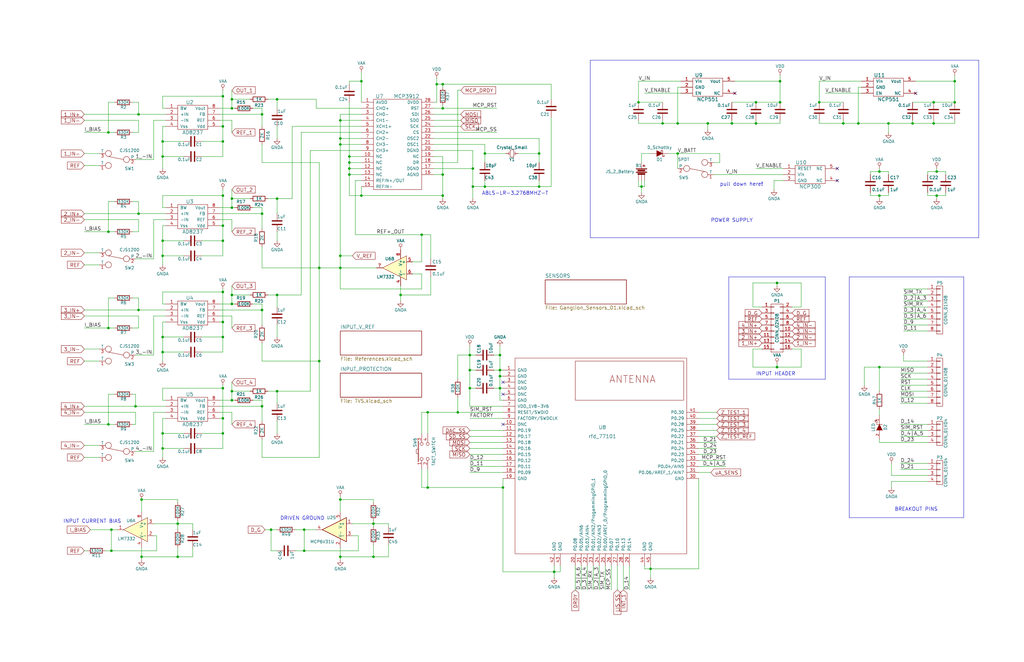
<source format=kicad_sch>
(kicad_sch (version 20230121) (generator eeschema)
  (paper "B")
  (title_block (title "Ganglion") (date "2018-1-8") (rev "1.0.1") (company "OpenBCI"))
  (junction (at 97.79 165.1))
  (junction (at 116.84 124.46))
  (junction (at 204.47 78.74))
  (junction (at 93.98 182.88))
  (junction (at 93.98 123.19))
  (junction (at 97.79 124.46))
  (junction (at 147.32 66.04))
  (junction (at 97.79 87.63))
  (junction (at 110.49 130.81))
  (junction (at 110.49 171.45))
  (junction (at 45.72 55.88))
  (junction (at 157.48 220.98))
  (junction (at 134.62 152.4))
  (junction (at 308.61 52.07))
  (junction (at 204.47 64.77))
  (junction (at 143.51 107.95))
  (junction (at 186.69 35.56))
  (junction (at 58.42 130.81))
  (junction (at 152.4 34.29))
  (junction (at 279.4 52.07))
  (junction (at 116.84 41.91))
  (junction (at 143.51 234.95))
  (junction (at 370.84 154.94))
  (junction (at 97.79 45.72))
  (junction (at 193.04 173.99))
  (junction (at 143.51 60.96))
  (junction (at 198.12 149.86))
  (junction (at 93.98 95.25))
  (junction (at 186.69 73.66))
  (junction (at 177.8 99.06))
  (junction (at 68.58 101.6))
  (junction (at 93.98 82.55))
  (junction (at 285.75 64.77))
  (junction (at 143.51 210.82))
  (junction (at 147.32 68.58))
  (junction (at 210.82 149.86))
  (junction (at 143.51 50.8))
  (junction (at 393.7 43.18))
  (junction (at 394.97 82.55))
  (junction (at 114.3 223.52))
  (junction (at 210.82 158.75))
  (junction (at 128.27 223.52))
  (junction (at 58.42 48.26))
  (junction (at 180.34 173.99))
  (junction (at 233.68 241.3))
  (junction (at 393.7 52.07))
  (junction (at 97.79 168.91))
  (junction (at 199.39 78.74))
  (junction (at 318.77 52.07))
  (junction (at 68.58 59.69))
  (junction (at 68.58 107.95))
  (junction (at 46.99 223.52))
  (junction (at 147.32 71.12))
  (junction (at 270.51 78.74))
  (junction (at 168.91 124.46))
  (junction (at 97.79 41.91))
  (junction (at 186.69 45.72))
  (junction (at 355.6 52.07))
  (junction (at 45.72 97.79))
  (junction (at 370.84 82.55))
  (junction (at 374.65 52.07))
  (junction (at 93.98 101.6))
  (junction (at 68.58 189.23))
  (junction (at 59.69 234.95))
  (junction (at 402.59 34.29))
  (junction (at 285.75 52.07))
  (junction (at 212.09 205.74))
  (junction (at 143.51 58.42))
  (junction (at 327.66 154.94))
  (junction (at 93.98 40.64))
  (junction (at 57.15 171.45))
  (junction (at 186.69 82.55))
  (junction (at 93.98 142.24))
  (junction (at 93.98 135.89))
  (junction (at 68.58 66.04))
  (junction (at 93.98 176.53))
  (junction (at 274.32 240.03))
  (junction (at 74.93 220.98))
  (junction (at 384.81 52.07))
  (junction (at 93.98 59.69))
  (junction (at 361.95 52.07))
  (junction (at 59.69 210.82))
  (junction (at 147.32 73.66))
  (junction (at 210.82 163.83))
  (junction (at 370.84 72.39))
  (junction (at 198.12 163.83))
  (junction (at 184.15 35.56))
  (junction (at 45.72 138.43))
  (junction (at 328.93 43.18))
  (junction (at 394.97 72.39))
  (junction (at 143.51 113.03))
  (junction (at 134.62 113.03))
  (junction (at 198.12 156.21))
  (junction (at 180.34 205.74))
  (junction (at 93.98 53.34))
  (junction (at 152.4 82.55))
  (junction (at 199.39 71.12))
  (junction (at 210.82 156.21))
  (junction (at 68.58 148.59))
  (junction (at 110.49 48.26))
  (junction (at 227.33 64.77))
  (junction (at 116.84 83.82))
  (junction (at 97.79 83.82))
  (junction (at 93.98 163.83))
  (junction (at 402.59 43.18))
  (junction (at 128.27 232.41))
  (junction (at 298.45 52.07))
  (junction (at 97.79 128.27))
  (junction (at 74.93 234.95))
  (junction (at 58.42 90.17))
  (junction (at 68.58 142.24))
  (junction (at 269.24 43.18))
  (junction (at 68.58 182.88))
  (junction (at 116.84 165.1))
  (junction (at 157.48 234.95))
  (junction (at 46.99 232.41))
  (junction (at 45.72 179.07))
  (junction (at 227.33 78.74))
  (junction (at 318.77 43.18))
  (junction (at 345.44 43.18))
  (junction (at 327.66 119.38))
  (junction (at 328.93 34.29))
  (junction (at 110.49 90.17))
  (no_connect (at 309.88 39.37))
  (no_connect (at 353.06 76.2))
  (no_connect (at 212.09 166.37))
  (no_connect (at 386.08 39.37))
  (no_connect (at 212.09 161.29))
  (no_connect (at 212.09 179.07))
  (no_connect (at 353.06 71.12))
  (wire (pts (xy 77.47 59.69) (xy 68.58 59.69)))
  (wire (pts (xy 193.04 160.02) (xy 193.04 149.86)))
  (wire (pts (xy 48.26 166.37) (xy 45.72 166.37)))
  (wire (pts (xy 210.82 163.83) (xy 212.09 163.83)))
  (wire (pts (xy 143.51 234.95) (xy 143.51 236.22)))
  (wire (pts (xy 212.09 194.31) (xy 198.12 194.31)))
  (wire (pts (xy 152.4 58.42) (xy 143.51 58.42)))
  (wire (pts (xy 326.39 76.2) (xy 326.39 80.01)))
  (wire (pts (xy 391.16 132.08) (xy 381 132.08)))
  (wire (pts (xy 97.79 87.63) (xy 99.06 87.63)))
  (wire (pts (xy 200.66 156.21) (xy 198.12 156.21)))
  (wire (pts (xy 143.51 107.95) (xy 143.51 113.03)))
  (wire (pts (xy 97.79 161.29) (xy 97.79 165.1)))
  (wire (pts (xy 328.93 34.29) (xy 328.93 31.75)))
  (wire (pts (xy 236.22 241.3) (xy 236.22 238.76)))
  (wire (pts (xy 128.27 223.52) (xy 133.35 223.52)))
  (wire (pts (xy 92.71 168.91) (xy 97.79 168.91)))
  (wire (pts (xy 147.32 43.18) (xy 147.32 66.04)))
  (wire (pts (xy 58.42 50.8) (xy 35.56 50.8)))
  (wire (pts (xy 93.98 142.24) (xy 93.98 148.59)))
  (wire (pts (xy 68.58 168.91) (xy 68.58 163.83)))
  (wire (pts (xy 58.42 125.73) (xy 58.42 130.81)))
  (wire (pts (xy 93.98 121.92) (xy 93.98 123.19)))
  (wire (pts (xy 110.49 193.04) (xy 134.62 193.04)))
  (wire (pts (xy 97.79 173.99) (xy 97.79 179.07)))
  (wire (pts (xy 157.48 229.87) (xy 157.48 234.95)))
  (wire (pts (xy 110.49 128.27) (xy 106.68 128.27)))
  (wire (pts (xy 370.84 82.55) (xy 374.65 82.55)))
  (wire (pts (xy 367.03 81.28) (xy 367.03 82.55)))
  (wire (pts (xy 81.28 234.95) (xy 81.28 231.14)))
  (wire (pts (xy 134.62 68.58) (xy 134.62 113.03)))
  (wire (pts (xy 269.24 52.07) (xy 279.4 52.07)))
  (wire (pts (xy 212.09 196.85) (xy 198.12 196.85)))
  (wire (pts (xy 58.42 130.81) (xy 69.85 130.81)))
  (wire (pts (xy 143.51 60.96) (xy 152.4 60.96)))
  (wire (pts (xy 93.98 59.69) (xy 93.98 66.04)))
  (wire (pts (xy 250.19 238.76) (xy 250.19 248.92)))
  (wire (pts (xy 97.79 55.88) (xy 97.79 50.8)))
  (wire (pts (xy 317.5 119.38) (xy 327.66 119.38)))
  (wire (pts (xy 298.45 52.07) (xy 298.45 54.61)))
  (wire (pts (xy 182.88 63.5) (xy 199.39 63.5)))
  (wire (pts (xy 134.62 113.03) (xy 143.51 113.03)))
  (wire (pts (xy 182.88 71.12) (xy 199.39 71.12)))
  (wire (pts (xy 309.88 34.29) (xy 328.93 34.29)))
  (wire (pts (xy 285.75 36.83) (xy 285.75 52.07)))
  (wire (pts (xy 198.12 163.83) (xy 198.12 171.45)))
  (wire (pts (xy 274.32 238.76) (xy 274.32 240.03)))
  (wire (pts (xy 177.8 110.49) (xy 177.8 99.06)))
  (wire (pts (xy 370.84 172.72) (xy 370.84 175.26)))
  (wire (pts (xy 163.83 220.98) (xy 163.83 222.25)))
  (wire (pts (xy 327.66 119.38) (xy 337.82 119.38)))
  (wire (pts (xy 152.4 30.48) (xy 152.4 34.29)))
  (wire (pts (xy 198.12 146.05) (xy 198.12 149.86)))
  (wire (pts (xy 337.82 147.32) (xy 337.82 154.94)))
  (wire (pts (xy 177.8 99.06) (xy 181.61 99.06)))
  (wire (pts (xy 303.53 64.77) (xy 303.53 68.58)))
  (wire (pts (xy 133.35 45.72) (xy 133.35 41.91)))
  (wire (pts (xy 148.59 107.95) (xy 143.51 107.95)))
  (wire (pts (xy 59.69 210.82) (xy 59.69 215.9)))
  (wire (pts (xy 68.58 95.25) (xy 68.58 101.6)))
  (wire (pts (xy 113.03 124.46) (xy 116.84 124.46)))
  (wire (pts (xy 294.64 194.31) (xy 306.07 194.31)))
  (wire (pts (xy 152.4 66.04) (xy 147.32 66.04)))
  (wire (pts (xy 391.16 137.16) (xy 381 137.16)))
  (wire (pts (xy 77.47 142.24) (xy 68.58 142.24)))
  (wire (pts (xy 97.79 165.1) (xy 97.79 168.91)))
  (wire (pts (xy 45.72 125.73) (xy 45.72 138.43)))
  (wire (pts (xy 116.84 137.16) (xy 116.84 142.24)))
  (wire (pts (xy 345.44 52.07) (xy 355.6 52.07)))
  (wire (pts (xy 68.58 87.63) (xy 68.58 82.55)))
  (wire (pts (xy 105.41 165.1) (xy 97.79 165.1)))
  (polyline (pts (xy 406.4 116.84) (xy 358.14 116.84)))
  (wire (pts (xy 58.42 138.43) (xy 55.88 138.43)))
  (wire (pts (xy 370.84 165.1) (xy 370.84 154.94)))
  (wire (pts (xy 374.65 52.07) (xy 374.65 55.88)))
  (wire (pts (xy 93.98 53.34) (xy 93.98 59.69)))
  (wire (pts (xy 181.61 124.46) (xy 168.91 124.46)))
  (wire (pts (xy 181.61 99.06) (xy 181.61 109.22)))
  (wire (pts (xy 233.68 238.76) (xy 233.68 241.3)))
  (wire (pts (xy 97.79 120.65) (xy 97.79 124.46)))
  (wire (pts (xy 391.16 179.07) (xy 379.73 179.07)))
  (wire (pts (xy 68.58 66.04) (xy 68.58 71.12)))
  (wire (pts (xy 287.02 34.29) (xy 269.24 34.29)))
  (wire (pts (xy 106.68 168.91) (xy 110.49 168.91)))
  (wire (pts (xy 227.33 78.74) (xy 232.41 78.74)))
  (wire (pts (xy 35.56 48.26) (xy 58.42 48.26)))
  (wire (pts (xy 69.85 45.72) (xy 68.58 45.72)))
  (wire (pts (xy 147.32 68.58) (xy 147.32 71.12)))
  (wire (pts (xy 210.82 149.86) (xy 210.82 156.21)))
  (wire (pts (xy 69.85 128.27) (xy 68.58 128.27)))
  (wire (pts (xy 257.81 238.76) (xy 257.81 248.92)))
  (wire (pts (xy 212.09 205.74) (xy 212.09 241.3)))
  (wire (pts (xy 68.58 176.53) (xy 68.58 182.88)))
  (wire (pts (xy 74.93 234.95) (xy 81.28 234.95)))
  (wire (pts (xy 35.56 179.07) (xy 45.72 179.07)))
  (wire (pts (xy 204.47 64.77) (xy 204.47 68.58)))
  (wire (pts (xy 93.98 176.53) (xy 93.98 182.88)))
  (wire (pts (xy 111.76 223.52) (xy 114.3 223.52)))
  (wire (pts (xy 270.51 78.74) (xy 271.78 78.74)))
  (wire (pts (xy 294.64 240.03) (xy 294.64 201.93)))
  (wire (pts (xy 92.71 173.99) (xy 97.79 173.99)))
  (wire (pts (xy 233.68 241.3) (xy 233.68 243.84)))
  (wire (pts (xy 110.49 130.81) (xy 110.49 137.16)))
  (wire (pts (xy 97.79 168.91) (xy 99.06 168.91)))
  (wire (pts (xy 68.58 101.6) (xy 68.58 107.95)))
  (wire (pts (xy 93.98 80.01) (xy 93.98 82.55)))
  (wire (pts (xy 45.72 179.07) (xy 48.26 179.07)))
  (wire (pts (xy 184.15 35.56) (xy 184.15 43.18)))
  (wire (pts (xy 57.15 173.99) (xy 57.15 179.07)))
  (wire (pts (xy 262.89 238.76) (xy 262.89 248.92)))
  (wire (pts (xy 57.15 109.22) (xy 64.77 109.22)))
  (wire (pts (xy 93.98 82.55) (xy 93.98 95.25)))
  (wire (pts (xy 317.5 154.94) (xy 327.66 154.94)))
  (wire (pts (xy 123.19 83.82) (xy 123.19 53.34)))
  (wire (pts (xy 186.69 36.83) (xy 186.69 35.56)))
  (wire (pts (xy 199.39 63.5) (xy 199.39 71.12)))
  (wire (pts (xy 110.49 87.63) (xy 106.68 87.63)))
  (wire (pts (xy 394.97 82.55) (xy 398.78 82.55)))
  (wire (pts (xy 69.85 87.63) (xy 68.58 87.63)))
  (wire (pts (xy 93.98 135.89) (xy 92.71 135.89)))
  (wire (pts (xy 92.71 176.53) (xy 93.98 176.53)))
  (wire (pts (xy 212.09 191.77) (xy 198.12 191.77)))
  (wire (pts (xy 212.09 189.23) (xy 198.12 189.23)))
  (wire (pts (xy 391.16 73.66) (xy 391.16 72.39)))
  (wire (pts (xy 149.86 76.2) (xy 152.4 76.2)))
  (wire (pts (xy 143.51 113.03) (xy 143.51 121.92)))
  (wire (pts (xy 367.03 82.55) (xy 370.84 82.55)))
  (wire (pts (xy 130.81 165.1) (xy 130.81 63.5)))
  (wire (pts (xy 298.45 52.07) (xy 308.61 52.07)))
  (wire (pts (xy 143.51 48.26) (xy 143.51 50.8)))
  (wire (pts (xy 374.65 82.55) (xy 374.65 81.28)))
  (polyline (pts (xy 307.34 160.02) (xy 347.98 160.02)))
  (wire (pts (xy 93.98 95.25) (xy 92.71 95.25)))
  (wire (pts (xy 41.91 111.76) (xy 35.56 111.76)))
  (wire (pts (xy 318.77 43.18) (xy 328.93 43.18)))
  (wire (pts (xy 271.78 238.76) (xy 271.78 240.03)))
  (wire (pts (xy 294.64 186.69) (xy 302.26 186.69)))
  (wire (pts (xy 265.43 238.76) (xy 265.43 248.92)))
  (wire (pts (xy 374.65 72.39) (xy 374.65 73.66)))
  (wire (pts (xy 391.16 127) (xy 381 127)))
  (wire (pts (xy 74.93 231.14) (xy 74.93 234.95)))
  (wire (pts (xy 97.79 41.91) (xy 105.41 41.91)))
  (wire (pts (xy 200.66 163.83) (xy 198.12 163.83)))
  (wire (pts (xy 74.93 210.82) (xy 74.93 212.09)))
  (wire (pts (xy 317.5 129.54) (xy 317.5 119.38)))
  (wire (pts (xy 355.6 43.18) (xy 345.44 43.18)))
  (wire (pts (xy 367.03 72.39) (xy 370.84 72.39)))
  (wire (pts (xy 391.16 167.64) (xy 379.73 167.64)))
  (wire (pts (xy 116.84 124.46) (xy 127 124.46)))
  (wire (pts (xy 204.47 78.74) (xy 227.33 78.74)))
  (wire (pts (xy 163.83 234.95) (xy 163.83 229.87)))
  (wire (pts (xy 294.64 196.85) (xy 306.07 196.85)))
  (wire (pts (xy 97.79 133.35) (xy 97.79 138.43)))
  (wire (pts (xy 93.98 101.6) (xy 85.09 101.6)))
  (wire (pts (xy 148.59 226.06) (xy 151.13 226.06)))
  (wire (pts (xy 97.79 41.91) (xy 97.79 45.72)))
  (wire (pts (xy 69.85 176.53) (xy 68.58 176.53)))
  (wire (pts (xy 93.98 189.23) (xy 85.09 189.23)))
  (wire (pts (xy 35.56 90.17) (xy 58.42 90.17)))
  (wire (pts (xy 97.79 45.72) (xy 99.06 45.72)))
  (wire (pts (xy 384.81 43.18) (xy 393.7 43.18)))
  (wire (pts (xy 46.99 223.52) (xy 49.53 223.52)))
  (wire (pts (xy 212.09 176.53) (xy 198.12 176.53)))
  (wire (pts (xy 285.75 52.07) (xy 298.45 52.07)))
  (wire (pts (xy 210.82 158.75) (xy 212.09 158.75)))
  (wire (pts (xy 68.58 135.89) (xy 68.58 142.24)))
  (wire (pts (xy 393.7 43.18) (xy 402.59 43.18)))
  (wire (pts (xy 45.72 166.37) (xy 45.72 179.07)))
  (wire (pts (xy 58.42 92.71) (xy 58.42 97.79)))
  (wire (pts (xy 151.13 226.06) (xy 151.13 232.41)))
  (wire (pts (xy 77.47 101.6) (xy 68.58 101.6)))
  (wire (pts (xy 375.92 203.2) (xy 375.92 205.74)))
  (wire (pts (xy 128.27 232.41) (xy 128.27 223.52)))
  (polyline (pts (xy 358.14 218.44) (xy 406.4 218.44)))
  (wire (pts (xy 93.98 38.1) (xy 93.98 40.64)))
  (wire (pts (xy 271.78 240.03) (xy 274.32 240.03)))
  (wire (pts (xy 308.61 52.07) (xy 318.77 52.07)))
  (wire (pts (xy 143.51 210.82) (xy 143.51 215.9)))
  (wire (pts (xy 110.49 128.27) (xy 110.49 130.81)))
  (wire (pts (xy 110.49 90.17) (xy 110.49 96.52)))
  (wire (pts (xy 374.65 52.07) (xy 384.81 52.07)))
  (wire (pts (xy 212.09 201.93) (xy 212.09 205.74)))
  (wire (pts (xy 364.49 154.94) (xy 364.49 162.56)))
  (wire (pts (xy 106.68 45.72) (xy 110.49 45.72)))
  (wire (pts (xy 232.41 78.74) (xy 232.41 49.53)))
  (wire (pts (xy 149.86 99.06) (xy 149.86 76.2)))
  (wire (pts (xy 233.68 241.3) (xy 236.22 241.3)))
  (wire (pts (xy 269.24 34.29) (xy 269.24 43.18)))
  (wire (pts (xy 198.12 149.86) (xy 198.12 156.21)))
  (wire (pts (xy 294.64 176.53) (xy 302.26 176.53)))
  (polyline (pts (xy 248.92 100.33) (xy 412.75 100.33)))
  (wire (pts (xy 97.79 124.46) (xy 97.79 128.27)))
  (wire (pts (xy 58.42 50.8) (xy 58.42 55.88)))
  (wire (pts (xy 57.15 179.07) (xy 55.88 179.07)))
  (wire (pts (xy 391.16 139.7) (xy 381 139.7)))
  (wire (pts (xy 110.49 45.72) (xy 110.49 48.26)))
  (wire (pts (xy 68.58 189.23) (xy 68.58 193.04)))
  (wire (pts (xy 35.56 138.43) (xy 45.72 138.43)))
  (wire (pts (xy 127 55.88) (xy 152.4 55.88)))
  (wire (pts (xy 232.41 35.56) (xy 232.41 41.91)))
  (wire (pts (xy 130.81 63.5) (xy 152.4 63.5)))
  (wire (pts (xy 177.8 182.88) (xy 177.8 173.99)))
  (wire (pts (xy 281.94 64.77) (xy 285.75 64.77)))
  (wire (pts (xy 317.5 147.32) (xy 317.5 154.94)))
  (wire (pts (xy 58.42 85.09) (xy 58.42 90.17)))
  (wire (pts (xy 64.77 109.22) (xy 64.77 92.71)))
  (wire (pts (xy 46.99 223.52) (xy 46.99 232.41)))
  (wire (pts (xy 199.39 78.74) (xy 204.47 78.74)))
  (wire (pts (xy 287.02 39.37) (xy 271.78 39.37)))
  (wire (pts (xy 300.99 73.66) (xy 330.2 73.66)))
  (wire (pts (xy 391.16 124.46) (xy 381 124.46)))
  (wire (pts (xy 68.58 45.72) (xy 68.58 40.64)))
  (wire (pts (xy 41.91 152.4) (xy 35.56 152.4)))
  (wire (pts (xy 157.48 219.71) (xy 157.48 220.98)))
  (wire (pts (xy 210.82 156.21) (xy 212.09 156.21)))
  (wire (pts (xy 59.69 210.82) (xy 74.93 210.82)))
  (wire (pts (xy 116.84 170.18) (xy 116.84 165.1)))
  (wire (pts (xy 152.4 78.74) (xy 152.4 82.55)))
  (wire (pts (xy 58.42 90.17) (xy 69.85 90.17)))
  (wire (pts (xy 308.61 43.18) (xy 318.77 43.18)))
  (polyline (pts (xy 358.14 116.84) (xy 358.14 218.44)))
  (wire (pts (xy 64.77 173.99) (xy 64.77 190.5)))
  (wire (pts (xy 41.91 106.68) (xy 35.56 106.68)))
  (wire (pts (xy 45.72 85.09) (xy 45.72 97.79)))
  (wire (pts (xy 64.77 133.35) (xy 69.85 133.35)))
  (wire (pts (xy 93.98 107.95) (xy 85.09 107.95)))
  (wire (pts (xy 57.15 166.37) (xy 57.15 171.45)))
  (wire (pts (xy 74.93 219.71) (xy 74.93 220.98)))
  (wire (pts (xy 57.15 171.45) (xy 69.85 171.45)))
  (wire (pts (xy 68.58 59.69) (xy 68.58 66.04)))
  (wire (pts (xy 59.69 234.95) (xy 74.93 234.95)))
  (polyline (pts (xy 412.75 100.33) (xy 412.75 25.4)))
  (wire (pts (xy 92.71 130.81) (xy 110.49 130.81)))
  (wire (pts (xy 92.71 92.71) (xy 97.79 92.71)))
  (wire (pts (xy 59.69 231.14) (xy 59.69 234.95)))
  (wire (pts (xy 321.31 129.54) (xy 317.5 129.54)))
  (wire (pts (xy 124.46 223.52) (xy 128.27 223.52)))
  (wire (pts (xy 180.34 198.12) (xy 180.34 205.74)))
  (wire (pts (xy 391.16 72.39) (xy 394.97 72.39)))
  (wire (pts (xy 93.98 182.88) (xy 93.98 189.23)))
  (wire (pts (xy 370.84 185.42) (xy 370.84 186.69)))
  (wire (pts (xy 64.77 92.71) (xy 69.85 92.71)))
  (wire (pts (xy 152.4 82.55) (xy 186.69 82.55)))
  (wire (pts (xy 147.32 71.12) (xy 147.32 73.66)))
  (wire (pts (xy 77.47 182.88) (xy 68.58 182.88)))
  (wire (pts (xy 152.4 48.26) (xy 143.51 48.26)))
  (wire (pts (xy 193.04 167.64) (xy 193.04 173.99)))
  (wire (pts (xy 271.78 78.74) (xy 271.78 76.2)))
  (wire (pts (xy 274.32 240.03) (xy 294.64 240.03)))
  (wire (pts (xy 367.03 73.66) (xy 367.03 72.39)))
  (wire (pts (xy 227.33 64.77) (xy 227.33 68.58)))
  (wire (pts (xy 184.15 43.18) (xy 182.88 43.18)))
  (wire (pts (xy 110.49 171.45) (xy 110.49 177.8)))
  (wire (pts (xy 177.8 115.57) (xy 177.8 121.92)))
  (wire (pts (xy 328.93 52.07) (xy 328.93 50.8)))
  (wire (pts (xy 77.47 107.95) (xy 68.58 107.95)))
  (wire (pts (xy 68.58 148.59) (xy 77.47 148.59)))
  (wire (pts (xy 93.98 135.89) (xy 93.98 142.24)))
  (polyline (pts (xy 406.4 218.44) (xy 406.4 116.84)))
  (wire (pts (xy 182.88 45.72) (xy 186.69 45.72)))
  (wire (pts (xy 294.64 181.61) (xy 302.26 181.61)))
  (polyline (pts (xy 347.98 116.84) (xy 307.34 116.84)))
  (wire (pts (xy 116.84 177.8) (xy 116.84 182.88)))
  (wire (pts (xy 97.79 80.01) (xy 97.79 83.82)))
  (wire (pts (xy 318.77 52.07) (xy 318.77 50.8)))
  (wire (pts (xy 123.19 53.34) (xy 152.4 53.34)))
  (wire (pts (xy 148.59 220.98) (xy 157.48 220.98)))
  (wire (pts (xy 58.42 97.79) (xy 55.88 97.79)))
  (wire (pts (xy 269.24 43.18) (xy 279.4 43.18)))
  (wire (pts (xy 116.84 83.82) (xy 123.19 83.82)))
  (wire (pts (xy 361.95 36.83) (xy 361.95 52.07)))
  (wire (pts (xy 184.15 33.02) (xy 184.15 35.56)))
  (wire (pts (xy 64.77 226.06) (xy 66.04 226.06)))
  (wire (pts (xy 147.32 34.29) (xy 152.4 34.29)))
  (wire (pts (xy 116.84 41.91) (xy 116.84 45.72)))
  (wire (pts (xy 363.22 39.37) (xy 347.98 39.37)))
  (wire (pts (xy 398.78 82.55) (xy 398.78 81.28)))
  (wire (pts (xy 64.77 149.86) (xy 64.77 133.35)))
  (wire (pts (xy 177.8 121.92) (xy 143.51 121.92)))
  (wire (pts (xy 330.2 71.12) (xy 318.77 71.12)))
  (wire (pts (xy 92.71 87.63) (xy 97.79 87.63)))
  (wire (pts (xy 391.16 165.1) (xy 379.73 165.1)))
  (wire (pts (xy 379.73 160.02) (xy 391.16 160.02)))
  (wire (pts (xy 85.09 142.24) (xy 93.98 142.24)))
  (wire (pts (xy 279.4 50.8) (xy 279.4 52.07)))
  (wire (pts (xy 157.48 220.98) (xy 163.83 220.98)))
  (wire (pts (xy 114.3 232.41) (xy 114.3 223.52)))
  (wire (pts (xy 66.04 232.41) (xy 46.99 232.41)))
  (wire (pts (xy 285.75 64.77) (xy 303.53 64.77)))
  (wire (pts (xy 391.16 198.12) (xy 379.73 198.12)))
  (wire (pts (xy 212.09 241.3) (xy 233.68 241.3)))
  (wire (pts (xy 181.61 116.84) (xy 181.61 124.46)))
  (wire (pts (xy 252.73 238.76) (xy 252.73 248.92)))
  (wire (pts (xy 182.88 50.8) (xy 194.31 50.8)))
  (wire (pts (xy 152.4 68.58) (xy 147.32 68.58)))
  (wire (pts (xy 180.34 173.99) (xy 193.04 173.99)))
  (wire (pts (xy 260.35 238.76) (xy 260.35 248.92)))
  (wire (pts (xy 393.7 52.07) (xy 402.59 52.07)))
  (wire (pts (xy 363.22 36.83) (xy 361.95 36.83)))
  (wire (pts (xy 59.69 234.95) (xy 59.69 236.22)))
  (wire (pts (xy 147.32 35.56) (xy 147.32 34.29)))
  (wire (pts (xy 182.88 58.42) (xy 227.33 58.42)))
  (wire (pts (xy 186.69 73.66) (xy 186.69 82.55)))
  (wire (pts (xy 182.88 48.26) (xy 194.31 48.26)))
  (wire (pts (xy 68.58 82.55) (xy 93.98 82.55)))
  (wire (pts (xy 212.09 184.15) (xy 198.12 184.15)))
  (wire (pts (xy 204.47 60.96) (xy 204.47 64.77)))
  (wire (pts (xy 92.71 128.27) (xy 97.79 128.27)))
  (wire (pts (xy 58.42 138.43) (xy 58.42 133.35)))
  (wire (pts (xy 364.49 154.94) (xy 370.84 154.94)))
  (wire (pts (xy 204.47 60.96) (xy 182.88 60.96)))
  (wire (pts (xy 391.16 184.15) (xy 379.73 184.15)))
  (wire (pts (xy 143.51 58.42) (xy 143.51 60.96)))
  (wire (pts (xy 186.69 45.72) (xy 209.55 45.72)))
  (wire (pts (xy 41.91 187.96) (xy 35.56 187.96)))
  (wire (pts (xy 345.44 50.8) (xy 345.44 52.07)))
  (wire (pts (xy 245.11 238.76) (xy 245.11 248.92)))
  (wire (pts (xy 186.69 73.66) (xy 182.88 73.66)))
  (wire (pts (xy 92.71 53.34) (xy 93.98 53.34)))
  (wire (pts (xy 116.84 97.79) (xy 116.84 101.6)))
  (wire (pts (xy 92.71 90.17) (xy 110.49 90.17)))
  (wire (pts (xy 381 152.4) (xy 381 149.86)))
  (wire (pts (xy 68.58 142.24) (xy 68.58 148.59)))
  (wire (pts (xy 391.16 82.55) (xy 394.97 82.55)))
  (wire (pts (xy 210.82 146.05) (xy 210.82 149.86)))
  (wire (pts (xy 375.92 200.66) (xy 375.92 195.58)))
  (wire (pts (xy 210.82 168.91) (xy 212.09 168.91)))
  (wire (pts (xy 370.84 72.39) (xy 374.65 72.39)))
  (wire (pts (xy 363.22 34.29) (xy 345.44 34.29)))
  (wire (pts (xy 370.84 71.12) (xy 370.84 72.39)))
  (wire (pts (xy 394.97 83.82) (xy 394.97 82.55)))
  (wire (pts (xy 193.04 149.86) (xy 198.12 149.86)))
  (wire (pts (xy 157.48 234.95) (xy 163.83 234.95)))
  (wire (pts (xy 93.98 163.83) (xy 93.98 176.53)))
  (wire (pts (xy 391.16 195.58) (xy 379.73 195.58)))
  (wire (pts (xy 375.92 203.2) (xy 391.16 203.2)))
  (wire (pts (xy 69.85 50.8) (xy 64.77 50.8)))
  (wire (pts (xy 66.04 226.06) (xy 66.04 232.41)))
  (wire (pts (xy 177.8 173.99) (xy 180.34 173.99)))
  (wire (pts (xy 38.1 223.52) (xy 46.99 223.52)))
  (wire (pts (xy 227.33 76.2) (xy 227.33 78.74)))
  (wire (pts (xy 68.58 66.04) (xy 77.47 66.04)))
  (wire (pts (xy 110.49 68.58) (xy 110.49 60.96)))
  (wire (pts (xy 68.58 107.95) (xy 68.58 111.76)))
  (wire (pts (xy 294.64 184.15) (xy 302.26 184.15)))
  (wire (pts (xy 210.82 156.21) (xy 210.82 158.75)))
  (wire (pts (xy 147.32 73.66) (xy 147.32 82.55)))
  (wire (pts (xy 143.51 50.8) (xy 143.51 58.42)))
  (wire (pts (xy 391.16 121.92) (xy 381 121.92)))
  (wire (pts (xy 213.36 64.77) (xy 204.47 64.77)))
  (wire (pts (xy 116.84 41.91) (xy 133.35 41.91)))
  (wire (pts (xy 110.49 152.4) (xy 134.62 152.4)))
  (wire (pts (xy 345.44 34.29) (xy 345.44 43.18)))
  (wire (pts (xy 58.42 133.35) (xy 35.56 133.35)))
  (wire (pts (xy 270.51 68.58) (xy 270.51 64.77)))
  (wire (pts (xy 212.09 181.61) (xy 198.12 181.61)))
  (wire (pts (xy 370.84 154.94) (xy 391.16 154.94)))
  (wire (pts (xy 328.93 43.18) (xy 328.93 34.29)))
  (wire (pts (xy 308.61 52.07) (xy 308.61 50.8)))
  (wire (pts (xy 57.15 149.86) (xy 64.77 149.86)))
  (wire (pts (xy 198.12 156.21) (xy 198.12 163.83)))
  (wire (pts (xy 198.12 171.45) (xy 212.09 171.45)))
  (wire (pts (xy 35.56 130.81) (xy 58.42 130.81)))
  (wire (pts (xy 92.71 133.35) (xy 97.79 133.35)))
  (wire (pts (xy 391.16 170.18) (xy 379.73 170.18)))
  (wire (pts (xy 35.56 171.45) (xy 57.15 171.45)))
  (wire (pts (xy 384.81 52.07) (xy 384.81 50.8)))
  (wire (pts (xy 55.88 125.73) (xy 58.42 125.73)))
  (wire (pts (xy 68.58 128.27) (xy 68.58 123.19)))
  (wire (pts (xy 45.72 43.18) (xy 45.72 55.88)))
  (wire (pts (xy 92.71 45.72) (xy 97.79 45.72)))
  (wire (pts (xy 134.62 113.03) (xy 134.62 152.4)))
  (wire (pts (xy 270.51 76.2) (xy 270.51 78.74)))
  (wire (pts (xy 116.84 124.46) (xy 116.84 129.54)))
  (wire (pts (xy 110.49 48.26) (xy 110.49 53.34)))
  (wire (pts (xy 157.48 212.09) (xy 157.48 210.82)))
  (wire (pts (xy 93.98 95.25) (xy 93.98 101.6)))
  (wire (pts (xy 269.24 78.74) (xy 270.51 78.74)))
  (wire (pts (xy 193.04 68.58) (xy 182.88 68.58)))
  (wire (pts (xy 269.24 76.2) (xy 269.24 78.74)))
  (wire (pts (xy 327.66 119.38) (xy 327.66 120.65)))
  (wire (pts (xy 294.64 189.23) (xy 302.26 189.23)))
  (wire (pts (xy 157.48 220.98) (xy 157.48 222.25)))
  (wire (pts (xy 92.71 48.26) (xy 110.49 48.26)))
  (wire (pts (xy 116.84 232.41) (xy 114.3 232.41)))
  (wire (pts (xy 168.91 124.46) (xy 168.91 127)))
  (wire (pts (xy 402.59 34.29) (xy 402.59 31.75)))
  (wire (pts (xy 177.8 198.12) (xy 177.8 205.74)))
  (wire (pts (xy 58.42 55.88) (xy 55.88 55.88)))
  (wire (pts (xy 355.6 50.8) (xy 355.6 52.07)))
  (wire (pts (xy 287.02 36.83) (xy 285.75 36.83)))
  (wire (pts (xy 93.98 123.19) (xy 93.98 135.89)))
  (wire (pts (xy 204.47 76.2) (xy 204.47 78.74)))
  (wire (pts (xy 55.88 85.09) (xy 58.42 85.09)))
  (wire (pts (xy 227.33 58.42) (xy 227.33 64.77)))
  (wire (pts (xy 48.26 43.18) (xy 45.72 43.18)))
  (wire (pts (xy 58.42 43.18) (xy 58.42 48.26)))
  (wire (pts (xy 402.59 52.07) (xy 402.59 50.8)))
  (wire (pts (xy 334.01 129.54) (xy 337.82 129.54)))
  (polyline (pts (xy 347.98 160.02) (xy 347.98 116.84)))
  (wire (pts (xy 212.09 186.69) (xy 198.12 186.69)))
  (wire (pts (xy 391.16 157.48) (xy 379.73 157.48)))
  (wire (pts (xy 92.71 171.45) (xy 110.49 171.45)))
  (wire (pts (xy 97.79 38.1) (xy 97.79 41.91)))
  (wire (pts (xy 208.28 149.86) (xy 210.82 149.86)))
  (wire (pts (xy 110.49 113.03) (xy 134.62 113.03)))
  (wire (pts (xy 152.4 71.12) (xy 147.32 71.12)))
  (wire (pts (xy 58.42 92.71) (xy 35.56 92.71)))
  (wire (pts (xy 294.64 179.07) (xy 302.26 179.07)))
  (wire (pts (xy 69.85 173.99) (xy 64.77 173.99)))
  (wire (pts (xy 151.13 232.41) (xy 128.27 232.41)))
  (wire (pts (xy 180.34 173.99) (xy 180.34 182.88)))
  (wire (pts (xy 384.81 52.07) (xy 393.7 52.07)))
  (wire (pts (xy 394.97 72.39) (xy 398.78 72.39)))
  (wire (pts (xy 199.39 71.12) (xy 199.39 78.74)))
  (wire (pts (xy 147.32 66.04) (xy 147.32 68.58)))
  (wire (pts (xy 193.04 38.1) (xy 194.31 38.1)))
  (wire (pts (xy 68.58 148.59) (xy 68.58 152.4)))
  (wire (pts (xy 45.72 97.79) (xy 48.26 97.79)))
  (wire (pts (xy 173.99 115.57) (xy 177.8 115.57)))
  (wire (pts (xy 64.77 50.8) (xy 64.77 67.31)))
  (wire (pts (xy 186.69 82.55) (xy 186.69 83.82)))
  (wire (pts (xy 285.75 64.77) (xy 285.75 71.12)))
  (wire (pts (xy 143.51 209.55) (xy 143.51 210.82)))
  (wire (pts (xy 116.84 165.1) (xy 130.81 165.1)))
  (wire (pts (xy 152.4 34.29) (xy 152.4 43.18)))
  (wire (pts (xy 36.83 232.41) (xy 35.56 232.41)))
  (wire (pts (xy 143.51 113.03) (xy 158.75 113.03)))
  (wire (pts (xy 294.64 191.77) (xy 302.26 191.77)))
  (wire (pts (xy 97.79 83.82) (xy 97.79 87.63)))
  (wire (pts (xy 208.28 156.21) (xy 210.82 156.21)))
  (wire (pts (xy 93.98 40.64) (xy 93.98 53.34)))
  (wire (pts (xy 64.77 67.31) (xy 57.15 67.31)))
  (polyline (pts (xy 412.75 25.4) (xy 248.92 25.4)))
  (wire (pts (xy 93.98 148.59) (xy 85.09 148.59)))
  (wire (pts (xy 321.31 147.32) (xy 317.5 147.32)))
  (wire (pts (xy 45.72 138.43) (xy 48.26 138.43)))
  (wire (pts (xy 110.49 168.91) (xy 110.49 171.45)))
  (wire (pts (xy 113.03 165.1) (xy 116.84 165.1)))
  (wire (pts (xy 255.27 238.76) (xy 255.27 248.92)))
  (wire (pts (xy 386.08 34.29) (xy 402.59 34.29)))
  (wire (pts (xy 152.4 73.66) (xy 147.32 73.66)))
  (wire (pts (xy 68.58 53.34) (xy 68.58 59.69)))
  (wire (pts (xy 394.97 72.39) (xy 394.97 71.12)))
  (wire (pts (xy 152.4 45.72) (xy 133.35 45.72)))
  (wire (pts (xy 198.12 149.86) (xy 200.66 149.86)))
  (wire (pts (xy 105.41 83.82) (xy 97.79 83.82)))
  (wire (pts (xy 270.51 78.74) (xy 270.51 81.28)))
  (wire (pts (xy 337.82 129.54) (xy 337.82 119.38)))
  (wire (pts (xy 46.99 232.41) (xy 44.45 232.41)))
  (wire (pts (xy 327.66 154.94) (xy 337.82 154.94)))
  (wire (pts (xy 218.44 64.77) (xy 227.33 64.77)))
  (wire (pts (xy 93.98 66.04) (xy 85.09 66.04)))
  (wire (pts (xy 143.51 60.96) (xy 143.51 107.95)))
  (wire (pts (xy 55.88 43.18) (xy 58.42 43.18)))
  (wire (pts (xy 391.16 162.56) (xy 379.73 162.56)))
  (wire (pts (xy 113.03 83.82) (xy 116.84 83.82)))
  (wire (pts (xy 182.88 53.34) (xy 194.31 53.34)))
  (wire (pts (xy 381 152.4) (xy 391.16 152.4)))
  (wire (pts (xy 303.53 68.58) (xy 300.99 68.58)))
  (wire (pts (xy 294.64 173.99) (xy 302.26 173.99)))
  (wire (pts (xy 68.58 123.19) (xy 93.98 123.19)))
  (wire (pts (xy 391.16 181.61) (xy 379.73 181.61)))
  (wire (pts (xy 294.64 199.39) (xy 299.72 199.39)))
  (wire (pts (xy 93.98 101.6) (xy 93.98 107.95)))
  (wire (pts (xy 182.88 66.04) (xy 186.69 66.04)))
  (wire (pts (xy 41.91 193.04) (xy 35.56 193.04)))
  (wire (pts (xy 74.93 220.98) (xy 74.93 223.52)))
  (wire (pts (xy 97.79 92.71) (xy 97.79 97.79)))
  (wire (pts (xy 391.16 129.54) (xy 381 129.54)))
  (wire (pts (xy 186.69 35.56) (xy 232.41 35.56)))
  (wire (pts (xy 41.91 64.77) (xy 35.56 64.77)))
  (wire (pts (xy 127 124.46) (xy 127 55.88)))
  (wire (pts (xy 157.48 210.82) (xy 143.51 210.82)))
  (wire (pts (xy 212.09 199.39) (xy 198.12 199.39)))
  (wire (pts (xy 375.92 200.66) (xy 391.16 200.66)))
  (wire (pts (xy 147.32 82.55) (xy 152.4 82.55)))
  (wire (pts (xy 168.91 120.65) (xy 168.91 124.46)))
  (wire (pts (xy 391.16 134.62) (xy 381 134.62)))
  (wire (pts (xy 97.79 128.27) (xy 99.06 128.27)))
  (wire (pts (xy 116.84 83.82) (xy 116.84 90.17)))
  (wire (pts (xy 110.49 144.78) (xy 110.49 152.4)))
  (wire (pts (xy 152.4 50.8) (xy 143.51 50.8)))
  (wire (pts (xy 68.58 163.83) (xy 93.98 163.83)))
  (wire (pts (xy 186.69 45.72) (xy 186.69 44.45)))
  (wire (pts (xy 68.58 40.64) (xy 93.98 40.64)))
  (wire (pts (xy 186.69 66.04) (xy 186.69 73.66)))
  (wire (pts (xy 361.95 52.07) (xy 374.65 52.07)))
  (wire (pts (xy 128.27 232.41) (xy 124.46 232.41)))
  (wire (pts (xy 97.79 50.8) (xy 92.71 50.8)))
  (wire (pts (xy 247.65 238.76) (xy 247.65 248.92)))
  (wire (pts (xy 242.57 238.76) (xy 242.57 248.92)))
  (wire (pts (xy 274.32 240.03) (xy 274.32 243.84)))
  (wire (pts (xy 269.24 50.8) (xy 269.24 52.07)))
  (wire (pts (xy 318.77 52.07) (xy 328.93 52.07)))
  (wire (pts (xy 81.28 220.98) (xy 81.28 223.52)))
  (wire (pts (xy 45.72 55.88) (xy 48.26 55.88)))
  (wire (pts (xy 68.58 182.88) (xy 68.58 189.23)))
  (wire (pts (xy 35.56 97.79) (xy 45.72 97.79)))
  (wire (pts (xy 177.8 205.74) (xy 180.34 205.74)))
  (wire (pts (xy 370.84 83.82) (xy 370.84 82.55)))
  (wire (pts (xy 57.15 190.5) (xy 64.77 190.5)))
  (wire (pts (xy 116.84 53.34) (xy 116.84 58.42)))
  (wire (pts (xy 210.82 158.75) (xy 210.82 163.83)))
  (wire (pts (xy 184.15 35.56) (xy 186.69 35.56)))
  (wire (pts (xy 134.62 68.58) (xy 110.49 68.58)))
  (wire (pts (xy 143.51 231.14) (xy 143.51 234.95)))
  (wire (pts (xy 193.04 173.99) (xy 212.09 173.99)))
  (wire (pts (xy 110.49 104.14) (xy 110.49 113.03)))
  (wire (pts (xy 69.85 53.34) (xy 68.58 53.34)))
  (wire (pts (xy 327.66 154.94) (xy 327.66 153.67)))
  (wire (pts (xy 68.58 135.89) (xy 69.85 135.89)))
  (wire (pts (xy 173.99 110.49) (xy 177.8 110.49)))
  (wire (pts (xy 270.51 64.77) (xy 274.32 64.77)))
  (wire (pts (xy 41.91 147.32) (xy 35.56 147.32)))
  (wire (pts (xy 182.88 55.88) (xy 209.55 55.88)))
  (wire (pts (xy 35.56 173.99) (xy 57.15 173.99)))
  (wire (pts (xy 391.16 81.28) (xy 391.16 82.55)))
  (wire (pts (xy 68.58 189.23) (xy 77.47 189.23)))
  (wire (pts (xy 35.56 55.88) (xy 45.72 55.88)))
  (wire (pts (xy 69.85 168.91) (xy 68.58 168.91)))
  (wire (pts (xy 143.51 234.95) (xy 157.48 234.95)))
  (wire (pts (xy 105.41 124.46) (xy 97.79 124.46)))
  (wire (pts (xy 193.04 38.1) (xy 193.04 68.58)))
  (wire (pts (xy 355.6 52.07) (xy 361.95 52.07)))
  (wire (pts (xy 55.88 166.37) (xy 57.15 166.37)))
  (polyline (pts (xy 248.92 25.4) (xy 248.92 100.33)))
  (wire (pts (xy 370.84 186.69) (xy 391.16 186.69)))
  (wire (pts (xy 85.09 182.88) (xy 93.98 182.88)))
  (wire (pts (xy 93.98 59.69) (xy 85.09 59.69)))
  (wire (pts (xy 279.4 52.07) (xy 285.75 52.07)))
  (wire (pts (xy 398.78 72.39) (xy 398.78 73.66)))
  (wire (pts (xy 180.34 205.74) (xy 212.09 205.74)))
  (wire (pts (xy 110.49 185.42) (xy 110.49 193.04)))
  (wire (pts (xy 110.49 87.63) (xy 110.49 90.17)))
  (wire (pts (xy 149.86 99.06) (xy 177.8 99.06)))
  (wire (pts (xy 393.7 52.07) (xy 393.7 50.8)))
  (wire (pts (xy 64.77 220.98) (xy 74.93 220.98)))
  (wire (pts (xy 93.98 162.56) (xy 93.98 163.83)))
  (wire (pts (xy 208.28 163.83) (xy 210.82 163.83)))
  (wire (pts (xy 48.26 85.09) (xy 45.72 85.09)))
  (wire (pts (xy 199.39 78.74) (xy 199.39 83.82)))
  (polyline (pts (xy 307.34 116.84) (xy 307.34 160.02)))
  (wire (pts (xy 58.42 48.26) (xy 69.85 48.26)))
  (wire (pts (xy 41.91 69.85) (xy 35.56 69.85)))
  (wire (pts (xy 113.03 41.91) (xy 116.84 41.91)))
  (wire (pts (xy 74.93 220.98) (xy 81.28 220.98)))
  (wire (pts (xy 210.82 163.83) (xy 210.82 168.91)))
  (wire (pts (xy 330.2 76.2) (xy 326.39 76.2)))
  (wire (pts (xy 68.58 95.25) (xy 69.85 95.25)))
  (wire (pts (xy 48.26 125.73) (xy 45.72 125.73)))
  (wire (pts (xy 402.59 43.18) (xy 402.59 34.29)))
  (wire (pts (xy 114.3 223.52) (xy 116.84 223.52)))
  (wire (pts (xy 334.01 147.32) (xy 337.82 147.32)))
  (wire (pts (xy 134.62 152.4) (xy 134.62 193.04)))
  (text "INPUT CURRENT BIAS" (at 26.67 220.98 0) (effects (font (size 1.524 1.524)) (justify left bottom)))
  (text "BREAKOUT PINS" (at 377.19 215.9 0) (effects (font (size 1.524 1.524)) (justify left bottom)))
  (text "ABLS-LR-3.2768MHZ-T\n" (at 203.2 82.55 0) (effects (font (size 1.524 1.524)) (justify left bottom)))
  (text "POWER SUPPLY" (at 299.72 93.98 0) (effects (font (size 1.524 1.524)) (justify left bottom)))
  (text "pull down here!" (at 303.53 78.74 0) (effects (font (size 1.524 1.524)) (justify left bottom)))
  (text "DRIVEN GROUND" (at 118.11 219.71 0) (effects (font (size 1.524 1.524)) (justify left bottom)))
  (text "INPUT HEADER" (at 318.77 158.75 0) (effects (font (size 1.524 1.524)) (justify left bottom)))
  (label "D_3|A_4" (at 381 132.08 0) (effects (font (size 1.524 1.524))))
  (label "D_11" (at 198.12 196.85 0) (effects (font (size 1.524 1.524))))
  (label "FACTORY" (at 198.12 176.53 0) (effects (font (size 1.524 1.524))))
  (label "REF+_OUT" (at 158.75 99.06 0) (effects (font (size 1.524 1.524))))
  (label "D_12" (at 379.73 170.18 0) (effects (font (size 1.524 1.524))))
  (label "3_-IN" (at 57.15 149.86 0) (effects (font (size 1.524 1.524))))
  (label "D_24" (at 302.26 189.23 180) (effects (font (size 1.524 1.524))))
  (label "SIM_TX" (at 255.27 248.92 90) (effects (font (size 1.524 1.524))))
  (label "SIM_RX" (at 250.19 248.92 90) (effects (font (size 1.524 1.524))))
  (label "MOSI" (at 379.73 167.64 0) (effects (font (size 1.524 1.524))))
  (label "D_3|A_4" (at 247.65 248.92 90) (effects (font (size 1.524 1.524))))
  (label "SIM_RST" (at 379.73 181.61 0) (effects (font (size 1.524 1.524))))
  (label "CLK" (at 379.73 165.1 0) (effects (font (size 1.524 1.524))))
  (label "D_12" (at 198.12 194.31 0) (effects (font (size 1.524 1.524))))
  (label "D_5|A_6" (at 381 134.62 0) (effects (font (size 1.524 1.524))))
  (label "MCP_RST" (at 209.55 45.72 180) (effects (font (size 1.524 1.524))))
  (label "SIM_RX" (at 381 129.54 0) (effects (font (size 1.524 1.524))))
  (label "MCP_RST" (at 306.07 194.31 180) (effects (font (size 1.524 1.524))))
  (label "D_21" (at 379.73 198.12 0) (effects (font (size 1.524 1.524))))
  (label "D_9" (at 198.12 199.39 0) (effects (font (size 1.524 1.524))))
  (label "MCP_SS" (at 209.55 55.88 180) (effects (font (size 1.524 1.524))))
  (label "I_BIAS" (at 35.56 55.88 0) (effects (font (size 1.524 1.524))))
  (label "SIM_RST" (at 198.12 173.99 0) (effects (font (size 1.524 1.524))))
  (label "D_4|A_5" (at 379.73 184.15 0) (effects (font (size 1.524 1.524))))
  (label "V_BATT" (at 285.75 64.77 0) (effects (font (size 1.524 1.524))))
  (label "D_21" (at 302.26 186.69 180) (effects (font (size 1.524 1.524))))
  (label "V_ENABLE" (at 271.78 39.37 0) (effects (font (size 1.524 1.524))))
  (label "I_BIAS" (at 35.56 179.07 0) (effects (font (size 1.524 1.524))))
  (label "I_BIAS" (at 35.56 97.79 0) (effects (font (size 1.524 1.524))))
  (label "D_11" (at 381 139.7 0) (effects (font (size 1.524 1.524))))
  (label "D_14" (at 379.73 179.07 0) (effects (font (size 1.524 1.524))))
  (label "V_ENABLE" (at 347.98 39.37 0) (effects (font (size 1.524 1.524))))
  (label "MCP_SS" (at 257.81 248.92 90) (effects (font (size 1.524 1.524))))
  (label "V_IN" (at 306.07 73.66 0) (effects (font (size 1.524 1.524))))
  (label "D_24" (at 379.73 195.58 0) (effects (font (size 1.524 1.524))))
  (label "4_-IN" (at 57.15 190.5 0) (effects (font (size 1.524 1.524))))
  (label "V_ENABLE" (at 318.77 71.12 0) (effects (font (size 1.524 1.524))))
  (label "D_4|A_5" (at 306.07 196.85 180) (effects (font (size 1.524 1.524))))
  (label "SCK" (at 379.73 160.02 0) (effects (font (size 1.524 1.524))))
  (label "2_-IN" (at 57.15 109.22 0) (effects (font (size 1.524 1.524))))
  (label "I_BIAS" (at 35.56 138.43 0) (effects (font (size 1.524 1.524))))
  (label "D_23" (at 379.73 186.69 0) (effects (font (size 1.524 1.524))))
  (label "V_IN" (at 269.24 34.29 0) (effects (font (size 1.524 1.524))))
  (label "D_2|A_3" (at 252.73 248.92 90) (effects (font (size 1.524 1.524))))
  (label "1_-IN" (at 57.15 67.31 0) (effects (font (size 1.524 1.524))))
  (label "MISO" (at 379.73 157.48 0) (effects (font (size 1.524 1.524))))
  (label "V_IN" (at 345.44 34.29 0) (effects (font (size 1.524 1.524))))
  (label "RST" (at 379.73 162.56 0) (effects (font (size 1.524 1.524))))
  (label "D_14" (at 265.43 248.92 90) (effects (font (size 1.524 1.524))))
  (label "D_2|A_3" (at 381 127 0) (effects (font (size 1.524 1.524))))
  (label "D_5|A_6" (at 245.11 248.92 90) (effects (font (size 1.524 1.524))))
  (label "SIM_TX" (at 381 124.46 0) (effects (font (size 1.524 1.524))))
  (label "D_23" (at 302.26 191.77 180) (effects (font (size 1.524 1.524))))
  (label "D_9" (at 381 137.16 0) (effects (font (size 1.524 1.524))))
  (global_label "REF_3" (shape input) (at 97.79 138.43 0) (effects (font (size 1.524 1.524))) (property "Intersheetrefs" "${INTERSHEET_REFS}" (effects hide)))
  (global_label "D_G" (shape input) (at 334.01 132.08 0) (effects (font (size 1.524 1.524))) (property "Intersheetrefs" "${INTERSHEET_REFS}" (effects hide)))
  (global_label "4_IN-" (shape input) (at 334.01 137.16 0) (effects (font (size 1.524 1.524))) (property "Intersheetrefs" "${INTERSHEET_REFS}" (effects hide)))
  (global_label "2_IN-" (shape input) (at 35.56 106.68 180) (effects (font (size 1.524 1.524))) (property "Intersheetrefs" "${INTERSHEET_REFS}" (effects hide)))
  (global_label "1_IN-" (shape input) (at 334.01 144.78 0) (effects (font (size 1.524 1.524))) (property "Intersheetrefs" "${INTERSHEET_REFS}" (effects hide)))
  (global_label "REF" (shape input) (at 321.31 134.62 180) (effects (font (size 1.524 1.524))) (property "Intersheetrefs" "${INTERSHEET_REFS}" (effects hide)))
  (global_label "2_IN+" (shape input) (at 35.56 90.17 180) (effects (font (size 1.524 1.524))) (property "Intersheetrefs" "${INTERSHEET_REFS}" (effects hide)))
  (global_label "I_BIAS" (shape input) (at 38.1 223.52 180) (effects (font (size 1.524 1.524))) (property "Intersheetrefs" "${INTERSHEET_REFS}" (effects hide)))
  (global_label "3_IN-" (shape input) (at 35.56 133.35 180) (effects (font (size 1.524 1.524))) (property "Intersheetrefs" "${INTERSHEET_REFS}" (effects hide)))
  (global_label "3_IN+" (shape input) (at 35.56 130.81 180) (effects (font (size 1.524 1.524))) (property "Intersheetrefs" "${INTERSHEET_REFS}" (effects hide)))
  (global_label "REF_1" (shape input) (at 97.79 55.88 0) (effects (font (size 1.524 1.524))) (property "Intersheetrefs" "${INTERSHEET_REFS}" (effects hide)))
  (global_label "D_G" (shape input) (at 111.76 223.52 180) (effects (font (size 1.524 1.524))) (property "Intersheetrefs" "${INTERSHEET_REFS}" (effects hide)))
  (global_label "MISO" (shape input) (at 194.31 50.8 0) (effects (font (size 1.524 1.524))) (property "Intersheetrefs" "${INTERSHEET_REFS}" (effects hide)))
  (global_label "MOSI" (shape input) (at 194.31 48.26 0) (effects (font (size 1.524 1.524))) (property "Intersheetrefs" "${INTERSHEET_REFS}" (effects hide)))
  (global_label "SD_SS" (shape input) (at 198.12 184.15 180) (effects (font (size 1.524 1.524))) (property "Intersheetrefs" "${INTERSHEET_REFS}" (effects hide)))
  (global_label "3_IN-" (shape input) (at 334.01 139.7 0) (effects (font (size 1.524 1.524))) (property "Intersheetrefs" "${INTERSHEET_REFS}" (effects hide)))
  (global_label "REF" (shape input) (at 35.56 232.41 180) (effects (font (size 1.524 1.524))) (property "Intersheetrefs" "${INTERSHEET_REFS}" (effects hide)))
  (global_label "REF_2" (shape input) (at 97.79 97.79 0) (effects (font (size 1.524 1.524))) (property "Intersheetrefs" "${INTERSHEET_REFS}" (effects hide)))
  (global_label "D_G" (shape input) (at 321.31 132.08 180) (effects (font (size 1.524 1.524))) (property "Intersheetrefs" "${INTERSHEET_REFS}" (effects hide)))
  (global_label "4_IN-" (shape input) (at 35.56 187.96 180) (effects (font (size 1.524 1.524))) (property "Intersheetrefs" "${INTERSHEET_REFS}" (effects hide)))
  (global_label "OUT_3" (shape input) (at 97.79 120.65 0) (effects (font (size 1.524 1.524))) (property "Intersheetrefs" "${INTERSHEET_REFS}" (effects hide)))
  (global_label "1_IN-" (shape input) (at 35.56 64.77 180) (effects (font (size 1.524 1.524))) (property "Intersheetrefs" "${INTERSHEET_REFS}" (effects hide)))
  (global_label "MCP_DRDY" (shape input) (at 194.31 38.1 0) (effects (font (size 1.524 1.524))) (property "Intersheetrefs" "${INTERSHEET_REFS}" (effects hide)))
  (global_label "OUT_1" (shape input) (at 97.79 38.1 0) (effects (font (size 1.524 1.524))) (property "Intersheetrefs" "${INTERSHEET_REFS}" (effects hide)))
  (global_label "INT_1" (shape input) (at 262.89 248.92 270) (effects (font (size 1.524 1.524))) (property "Intersheetrefs" "${INTERSHEET_REFS}" (effects hide)))
  (global_label "MOSI" (shape input) (at 198.12 186.69 180) (effects (font (size 1.524 1.524))) (property "Intersheetrefs" "${INTERSHEET_REFS}" (effects hide)))
  (global_label "4_IN+" (shape input) (at 35.56 171.45 180) (effects (font (size 1.524 1.524))) (property "Intersheetrefs" "${INTERSHEET_REFS}" (effects hide)))
  (global_label "LIS_SS" (shape input) (at 260.35 248.92 270) (effects (font (size 1.524 1.524))) (property "Intersheetrefs" "${INTERSHEET_REFS}" (effects hide)))
  (global_label "Z_TEST_1" (shape input) (at 302.26 173.99 0) (effects (font (size 1.524 1.524))) (property "Intersheetrefs" "${INTERSHEET_REFS}" (effects hide)))
  (global_label "REF" (shape input) (at 334.01 134.62 0) (effects (font (size 1.524 1.524))) (property "Intersheetrefs" "${INTERSHEET_REFS}" (effects hide)))
  (global_label "REF" (shape input) (at 35.56 193.04 180) (effects (font (size 1.524 1.524))) (property "Intersheetrefs" "${INTERSHEET_REFS}" (effects hide)))
  (global_label "REF" (shape input) (at 35.56 152.4 180) (effects (font (size 1.524 1.524))) (property "Intersheetrefs" "${INTERSHEET_REFS}" (effects hide)))
  (global_label "REF" (shape input) (at 35.56 69.85 180) (effects (font (size 1.524 1.524))) (property "Intersheetrefs" "${INTERSHEET_REFS}" (effects hide)))
  (global_label "1_IN-" (shape input) (at 35.56 50.8 180) (effects (font (size 1.524 1.524))) (property "Intersheetrefs" "${INTERSHEET_REFS}" (effects hide)))
  (global_label "SCK" (shape input) (at 194.31 53.34 0) (effects (font (size 1.524 1.524))) (property "Intersheetrefs" "${INTERSHEET_REFS}" (effects hide)))
  (global_label "Z_TEST_REF" (shape input) (at 302.26 184.15 0) (effects (font (size 1.524 1.524))) (property "Intersheetrefs" "${INTERSHEET_REFS}" (effects hide)))
  (global_label "4_IN+" (shape input) (at 321.31 137.16 180) (effects (font (size 1.524 1.524))) (property "Intersheetrefs" "${INTERSHEET_REFS}" (effects hide)))
  (global_label "DAC_SS" (shape input) (at 198.12 181.61 180) (effects (font (size 1.524 1.524))) (property "Intersheetrefs" "${INTERSHEET_REFS}" (effects hide)))
  (global_label "SCK" (shape input) (at 198.12 189.23 180) (effects (font (size 1.524 1.524))) (property "Intersheetrefs" "${INTERSHEET_REFS}" (effects hide)))
  (global_label "2_IN-" (shape input) (at 35.56 92.71 180) (effects (font (size 1.524 1.524))) (property "Intersheetrefs" "${INTERSHEET_REFS}" (effects hide)))
  (global_label "2_IN+" (shape input) (at 321.31 142.24 180) (effects (font (size 1.524 1.524))) (property "Intersheetrefs" "${INTERSHEET_REFS}" (effects hide)))
  (global_label "Z_TEST_4" (shape input) (at 302.26 181.61 0) (effects (font (size 1.524 1.524))) (property "Intersheetrefs" "${INTERSHEET_REFS}" (effects hide)))
  (global_label "Z_TEST_3" (shape input) (at 302.26 179.07 0) (effects (font (size 1.524 1.524))) (property "Intersheetrefs" "${INTERSHEET_REFS}" (effects hide)))
  (global_label "OUT_2" (shape input) (at 97.79 80.01 0) (effects (font (size 1.524 1.524))) (property "Intersheetrefs" "${INTERSHEET_REFS}" (effects hide)))
  (global_label "DRDY" (shape input) (at 242.57 248.92 270) (effects (font (size 1.524 1.524))) (property "Intersheetrefs" "${INTERSHEET_REFS}" (effects hide)))
  (global_label "REF" (shape input) (at 35.56 111.76 180) (effects (font (size 1.524 1.524))) (property "Intersheetrefs" "${INTERSHEET_REFS}" (effects hide)))
  (global_label "uA_SENS" (shape input) (at 299.72 199.39 0) (effects (font (size 1.524 1.524))) (property "Intersheetrefs" "${INTERSHEET_REFS}" (effects hide)))
  (global_label "4_IN-" (shape input) (at 35.56 173.99 180) (effects (font (size 1.524 1.524))) (property "Intersheetrefs" "${INTERSHEET_REFS}" (effects hide)))
  (global_label "3_IN+" (shape input) (at 321.31 139.7 180) (effects (font (size 1.524 1.524))) (property "Intersheetrefs" "${INTERSHEET_REFS}" (effects hide)))
  (global_label "Z_TEST_2" (shape input) (at 302.26 176.53 0) (effects (font (size 1.524 1.524))) (property "Intersheetrefs" "${INTERSHEET_REFS}" (effects hide)))
  (global_label "3_IN-" (shape input) (at 35.56 147.32 180) (effects (font (size 1.524 1.524))) (property "Intersheetrefs" "${INTERSHEET_REFS}" (effects hide)))
  (global_label "REF_4" (shape input) (at 97.79 179.07 0) (effects (font (size 1.524 1.524))) (property "Intersheetrefs" "${INTERSHEET_REFS}" (effects hide)))
  (global_label "2_IN-" (shape input) (at 334.01 142.24 0) (effects (font (size 1.524 1.524))) (property "Intersheetrefs" "${INTERSHEET_REFS}" (effects hide)))
  (global_label "V_REF" (shape input) (at 148.59 107.95 0) (effects (font (size 1.524 1.524))) (property "Intersheetrefs" "${INTERSHEET_REFS}" (effects hide)))
  (global_label "1_IN+" (shape input) (at 321.31 144.78 180) (effects (font (size 1.524 1.524))) (property "Intersheetrefs" "${INTERSHEET_REFS}" (effects hide)))
  (global_label "OUT_4" (shape input) (at 97.79 161.29 0) (effects (font (size 1.524 1.524))) (property "Intersheetrefs" "${INTERSHEET_REFS}" (effects hide)))
  (global_label "1_IN+" (shape input) (at 35.56 48.26 180) (effects (font (size 1.524 1.524))) (property "Intersheetrefs" "${INTERSHEET_REFS}" (effects hide)))
  (global_label "MISO" (shape input) (at 198.12 191.77 180) (effects (font (size 1.524 1.524))) (property "Intersheetrefs" "${INTERSHEET_REFS}" (effects hide)))
  (symbol (lib_id "OpenBCI:MCP3912") (at 167.64 59.69 0) (unit 1)
    (property "Reference" "U7" (at 160.02 40.64 0) (effects (font (size 1.524 1.524))))
    (property "Value" "MCP3912" (at 171.45 40.64 0) (effects (font (size 1.524 1.524))))
    (property "Footprint" "Housings_SSOP:SSOP-28_5.3x10.2mm_Pitch0.65mm" (effects hide))
  )
  (symbol (lib_id "OpenBCI:NCP551") (at 298.45 36.83 0) (unit 1)
    (property "Reference" "U9" (at 294.64 31.75 0) (effects (font (size 1.524 1.524))))
    (property "Value" "NCP551" (at 298.45 41.91 0) (effects (font (size 1.524 1.524))))
    (property "Footprint" "TO_SOT_Packages_SMD:SOT-23-5" (effects hide))
  )
  (symbol (lib_id "OpenBCI:NCP551") (at 374.65 36.83 0) (unit 1)
    (property "Reference" "U11" (at 370.84 31.75 0) (effects (font (size 1.524 1.524))))
    (property "Value" "NCP551" (at 374.65 41.91 0) (effects (font (size 1.524 1.524))))
    (property "Footprint" "TO_SOT_Packages_SMD:SOT-23-5" (effects hide))
  )
  (symbol (lib_id "OpenBCI:NCP300") (at 341.63 73.66 0) (unit 1)
    (property "Reference" "U10" (at 337.82 68.58 0) (effects (font (size 1.524 1.524))))
    (property "Value" "NCP300" (at 341.63 78.74 0) (effects (font (size 1.524 1.524))))
    (property "Footprint" "TO_SOT_Packages_SMD:SOT-23-5" (effects hide))
  )
  (symbol (lib_id "OpenBCI:SPDT") (at 293.37 71.12 0) (mirror x) (unit 1)
    (property "Reference" "SW5" (at 288.29 74.93 0))
    (property "Value" "SPDT" (at 288.29 67.31 0))
    (property "Footprint" "OpenBCI:SSSS810701\rSSSS810701" (effects hide))
  )
  (symbol (lib_id "Ganglion_01-rescue:C") (at 81.28 182.88 270) (unit 1)
    (property "Reference" "C7" (at 82.55 184.15 90) (effects (justify left)))
    (property "Value" "0.1uF" (at 74.93 184.15 90) (effects (justify left)))
    (property "Footprint" "Capacitors_SMD:C_0603" (effects hide))
  )
  (symbol (lib_id "Ganglion_01-rescue:C") (at 81.28 142.24 270) (unit 1)
    (property "Reference" "C5" (at 82.55 143.51 90) (effects (justify left)))
    (property "Value" "0.1uF" (at 74.93 143.51 90) (effects (justify left)))
    (property "Footprint" "Capacitors_SMD:C_0603" (effects hide))
  )
  (symbol (lib_id "Ganglion_01-rescue:C") (at 81.28 107.95 270) (unit 1)
    (property "Reference" "C4" (at 82.55 109.22 90) (effects (justify left)))
    (property "Value" "0.1uF" (at 74.93 109.22 90) (effects (justify left)))
    (property "Footprint" "Capacitors_SMD:C_0603" (effects hide))
  )
  (symbol (lib_id "Ganglion_01-rescue:C") (at 81.28 66.04 270) (unit 1)
    (property "Reference" "C2" (at 82.55 67.31 90) (effects (justify left)))
    (property "Value" "0.1uF" (at 74.93 67.31 90) (effects (justify left)))
    (property "Footprint" "Capacitors_SMD:C_0603" (effects hide))
  )
  (symbol (lib_id "Ganglion_01-rescue:C") (at 81.28 59.69 270) (unit 1)
    (property "Reference" "C1" (at 82.55 60.96 90) (effects (justify left)))
    (property "Value" "0.1uF" (at 74.93 60.96 90) (effects (justify left)))
    (property "Footprint" "Capacitors_SMD:C_0603" (effects hide))
  )
  (symbol (lib_id "Ganglion_01-rescue:C") (at 116.84 49.53 180) (unit 1)
    (property "Reference" "C10" (at 119.38 52.07 0) (effects (justify left)))
    (property "Value" "1uF" (at 120.65 46.99 0) (effects (justify left)))
    (property "Footprint" "Capacitors_SMD:C_0603" (effects hide))
  )
  (symbol (lib_id "Ganglion_01-rescue:C") (at 81.28 101.6 270) (unit 1)
    (property "Reference" "C3" (at 82.55 102.87 90) (effects (justify left)))
    (property "Value" "0.1uF" (at 74.93 102.87 90) (effects (justify left)))
    (property "Footprint" "Capacitors_SMD:C_0603" (effects hide))
  )
  (symbol (lib_id "Ganglion_01-rescue:C") (at 81.28 148.59 270) (unit 1)
    (property "Reference" "C6" (at 82.55 149.86 90) (effects (justify left)))
    (property "Value" "0.1uF" (at 74.93 149.86 90) (effects (justify left)))
    (property "Footprint" "Capacitors_SMD:C_0603" (effects hide))
  )
  (symbol (lib_id "Ganglion_01-rescue:C") (at 81.28 189.23 270) (unit 1)
    (property "Reference" "C8" (at 82.55 190.5 90) (effects (justify left)))
    (property "Value" "0.1uF" (at 74.93 190.5 90) (effects (justify left)))
    (property "Footprint" "Capacitors_SMD:C_0603" (effects hide))
  )
  (symbol (lib_id "Ganglion_01-rescue:C") (at 116.84 93.98 0) (unit 1)
    (property "Reference" "C11" (at 116.84 96.52 0) (effects (justify left)))
    (property "Value" "1uF" (at 116.84 91.44 0) (effects (justify left)))
    (property "Footprint" "Capacitors_SMD:C_0603" (effects hide))
  )
  (symbol (lib_id "Ganglion_01-rescue:C") (at 116.84 133.35 0) (unit 1)
    (property "Reference" "C12" (at 116.84 135.89 0) (effects (justify left)))
    (property "Value" "1uF" (at 116.84 130.81 0) (effects (justify left)))
    (property "Footprint" "Capacitors_SMD:C_0603" (effects hide))
  )
  (symbol (lib_id "Ganglion_01-rescue:C") (at 116.84 173.99 0) (unit 1)
    (property "Reference" "C13" (at 116.84 176.53 0) (effects (justify left)))
    (property "Value" "1uF" (at 116.84 171.45 0) (effects (justify left)))
    (property "Footprint" "Capacitors_SMD:C_0603" (effects hide))
  )
  (symbol (lib_id "Ganglion_01-rescue:C") (at 232.41 45.72 180) (unit 1)
    (property "Reference" "C21" (at 231.775 48.26 0) (effects (justify left)))
    (property "Value" "0.1uF" (at 231.775 43.18 0) (effects (justify left)))
    (property "Footprint" "Capacitors_SMD:C_0603" (effects hide))
  )
  (symbol (lib_id "Ganglion_01-rescue:C") (at 147.32 39.37 180) (unit 1)
    (property "Reference" "C24" (at 146.685 41.91 0) (effects (justify left)))
    (property "Value" "0.1uF" (at 146.685 36.83 0) (effects (justify left)))
    (property "Footprint" "Capacitors_SMD:C_0603" (effects hide))
  )
  (symbol (lib_id "OpenBCI:rfd_77101") (at 254 184.15 0) (unit 1)
    (property "Reference" "U8" (at 254 180.34 0) (effects (font (size 1.524 1.524))))
    (property "Value" "rfd_77101" (at 254 184.15 0) (effects (font (size 1.524 1.524))))
    (property "Footprint" "OpenBCI:RFD77101" (effects hide))
  )
  (symbol (lib_id "Ganglion_01-rescue:C") (at 279.4 46.99 180) (unit 1)
    (property "Reference" "C26" (at 278.765 49.53 0) (effects (justify left)))
    (property "Value" "0.1uF" (at 278.765 44.45 0) (effects (justify left)))
    (property "Footprint" "Capacitors_SMD:C_0603" (effects hide))
  )
  (symbol (lib_id "Ganglion_01-rescue:C") (at 269.24 46.99 180) (unit 1)
    (property "Reference" "C25" (at 268.605 49.53 0) (effects (justify left)))
    (property "Value" "1uF" (at 268.605 44.45 0) (effects (justify left)))
    (property "Footprint" "Capacitors_SMD:C_0603" (effects hide))
  )
  (symbol (lib_id "Ganglion_01-rescue:C") (at 355.6 46.99 180) (unit 1)
    (property "Reference" "C31" (at 354.965 49.53 0) (effects (justify left)))
    (property "Value" "0.1uF" (at 354.965 44.45 0) (effects (justify left)))
    (property "Footprint" "Capacitors_SMD:C_0603" (effects hide))
  )
  (symbol (lib_id "Ganglion_01-rescue:C") (at 345.44 46.99 180) (unit 1)
    (property "Reference" "C30" (at 344.805 49.53 0) (effects (justify left)))
    (property "Value" "1uF" (at 344.805 44.45 0) (effects (justify left)))
    (property "Footprint" "Capacitors_SMD:C_0603" (effects hide))
  )
  (symbol (lib_id "Ganglion_01-rescue:C") (at 384.81 46.99 180) (unit 1)
    (property "Reference" "C32" (at 384.175 49.53 0) (effects (justify left)))
    (property "Value" "0.1uF" (at 384.175 44.45 0) (effects (justify left)))
    (property "Footprint" "Capacitors_SMD:C_0603" (effects hide))
  )
  (symbol (lib_id "Ganglion_01-rescue:C") (at 393.7 46.99 180) (unit 1)
    (property "Reference" "C33" (at 393.065 49.53 0) (effects (justify left)))
    (property "Value" "1uF" (at 393.065 44.45 0) (effects (justify left)))
    (property "Footprint" "Capacitors_SMD:C_0603" (effects hide))
  )
  (symbol (lib_id "Ganglion_01-rescue:C") (at 402.59 46.99 180) (unit 1)
    (property "Reference" "C34" (at 401.955 49.53 0) (effects (justify left)))
    (property "Value" "10uF" (at 401.955 44.45 0) (effects (justify left)))
    (property "Footprint" "Capacitors_SMD:C_0603" (effects hide))
  )
  (symbol (lib_id "Ganglion_01-rescue:C") (at 308.61 46.99 180) (unit 1)
    (property "Reference" "C27" (at 307.975 49.53 0) (effects (justify left)))
    (property "Value" "0.1uF" (at 307.975 44.45 0) (effects (justify left)))
    (property "Footprint" "Capacitors_SMD:C_0603" (effects hide))
  )
  (symbol (lib_id "Ganglion_01-rescue:C") (at 318.77 46.99 180) (unit 1)
    (property "Reference" "C28" (at 318.135 49.53 0) (effects (justify left)))
    (property "Value" "1uF" (at 318.135 44.45 0) (effects (justify left)))
    (property "Footprint" "Capacitors_SMD:C_0603" (effects hide))
  )
  (symbol (lib_id "Ganglion_01-rescue:C") (at 328.93 46.99 180) (unit 1)
    (property "Reference" "C29" (at 328.295 49.53 0) (effects (justify left)))
    (property "Value" "10uF" (at 328.295 44.45 0) (effects (justify left)))
    (property "Footprint" "Capacitors_SMD:C_0603" (effects hide))
  )
  (symbol (lib_id "Ganglion_01-rescue:R") (at 193.04 163.83 180) (unit 1)
    (property "Reference" "R38" (at 191.008 163.83 90))
    (property "Value" "10K" (at 193.04 163.83 90))
    (property "Footprint" "Resistor_SMD:R_0805_2012Metric_Pad1.20x1.40mm_HandSolder" (effects hide))
  )
  (symbol (lib_id "Ganglion_01-rescue:R") (at 186.69 40.64 0) (unit 1)
    (property "Reference" "R37" (at 188.722 40.64 90))
    (property "Value" "100K" (at 186.69 40.64 90))
    (property "Footprint" "Resistor_SMD:R_0805_2012Metric_Pad1.20x1.40mm_HandSolder" (effects hide))
  )
  (symbol (lib_id "Ganglion_01-rescue:C") (at 204.47 149.86 90) (unit 1)
    (property "Reference" "C18" (at 201.93 149.225 0) (effects (justify left)))
    (property "Value" "10uF" (at 207.01 149.225 0) (effects (justify left)))
    (property "Footprint" "Capacitors_SMD:C_0603" (effects hide))
  )
  (symbol (lib_id "Ganglion_01-rescue:C") (at 204.47 156.21 90) (unit 1)
    (property "Reference" "C19" (at 201.93 155.575 0) (effects (justify left)))
    (property "Value" "1uF" (at 207.01 155.575 0) (effects (justify left)))
    (property "Footprint" "Capacitors_SMD:C_0603" (effects hide))
  )
  (symbol (lib_id "Ganglion_01-rescue:C") (at 204.47 163.83 90) (unit 1)
    (property "Reference" "C20" (at 201.93 163.195 0) (effects (justify left)))
    (property "Value" "0.1uF" (at 207.01 163.195 0) (effects (justify left)))
    (property "Footprint" "Capacitors_SMD:C_0603" (effects hide))
  )
  (symbol (lib_id "Ganglion_01-rescue:R") (at 52.07 43.18 270) (unit 1)
    (property "Reference" "R2" (at 52.07 45.212 90))
    (property "Value" "330K" (at 52.07 43.18 90))
    (property "Footprint" "Resistor_SMD:R_0805_2012Metric_Pad1.20x1.40mm_HandSolder" (effects hide))
  )
  (symbol (lib_id "Ganglion_01-rescue:R") (at 52.07 55.88 270) (unit 1)
    (property "Reference" "R3" (at 52.07 57.912 90))
    (property "Value" "330K" (at 52.07 55.88 90))
    (property "Footprint" "Resistor_SMD:R_0805_2012Metric_Pad1.20x1.40mm_HandSolder" (effects hide))
  )
  (symbol (lib_id "Ganglion_01-rescue:R") (at 52.07 85.09 270) (unit 1)
    (property "Reference" "R4" (at 52.07 87.122 90))
    (property "Value" "330K" (at 52.07 85.09 90))
    (property "Footprint" "Resistor_SMD:R_0805_2012Metric_Pad1.20x1.40mm_HandSolder" (effects hide))
  )
  (symbol (lib_id "Ganglion_01-rescue:R") (at 52.07 97.79 270) (unit 1)
    (property "Reference" "R5" (at 52.07 99.822 90))
    (property "Value" "330K" (at 52.07 97.79 90))
    (property "Footprint" "Resistor_SMD:R_0805_2012Metric_Pad1.20x1.40mm_HandSolder" (effects hide))
  )
  (symbol (lib_id "Ganglion_01-rescue:R") (at 52.07 125.73 270) (unit 1)
    (property "Reference" "R6" (at 52.07 127.762 90))
    (property "Value" "330K" (at 52.07 125.73 90))
    (property "Footprint" "Resistor_SMD:R_0805_2012Metric_Pad1.20x1.40mm_HandSolder" (effects hide))
  )
  (symbol (lib_id "Ganglion_01-rescue:R") (at 52.07 138.43 270) (unit 1)
    (property "Reference" "R7" (at 52.07 140.462 90))
    (property "Value" "330K" (at 52.07 138.43 90))
    (property "Footprint" "Resistor_SMD:R_0805_2012Metric_Pad1.20x1.40mm_HandSolder" (effects hide))
  )
  (symbol (lib_id "Ganglion_01-rescue:R") (at 52.07 166.37 270) (unit 1)
    (property "Reference" "R8" (at 52.07 168.402 90))
    (property "Value" "330K" (at 52.07 166.37 90))
    (property "Footprint" "Resistor_SMD:R_0805_2012Metric_Pad1.20x1.40mm_HandSolder" (effects hide))
  )
  (symbol (lib_id "Ganglion_01-rescue:R") (at 52.07 179.07 270) (unit 1)
    (property "Reference" "R9" (at 52.07 181.102 90))
    (property "Value" "330K" (at 52.07 179.07 90))
    (property "Footprint" "Resistor_SMD:R_0805_2012Metric_Pad1.20x1.40mm_HandSolder" (effects hide))
  )
  (symbol (lib_id "Ganglion_01-rescue:CONN_01X08") (at 396.24 161.29 0) (unit 1)
    (property "Reference" "P4" (at 396.24 149.86 0))
    (property "Value" "CONN_01X08" (at 398.78 161.29 90))
    (property "Footprint" "Socket_Strips:Socket_Strip_Straight_1x08" (effects hide))
  )
  (symbol (lib_id "Ganglion_01-rescue:VAA") (at 93.98 38.1 0) (unit 1)
    (property "Reference" "#PWR01" (effects hide))
    (property "Value" "VAA" (at 93.98 34.29 0))
  )
  (symbol (lib_id "Ganglion_01-rescue:VAA") (at 93.98 80.01 0) (unit 1)
    (property "Reference" "#PWR02" (effects hide))
    (property "Value" "VAA" (at 93.98 76.2 0))
  )
  (symbol (lib_id "Ganglion_01-rescue:VAA") (at 93.98 121.92 0) (unit 1)
    (property "Reference" "#PWR03" (effects hide))
    (property "Value" "VAA" (at 93.98 118.11 0))
  )
  (symbol (lib_id "Ganglion_01-rescue:VAA") (at 93.98 162.56 0) (unit 1)
    (property "Reference" "#PWR04" (effects hide))
    (property "Value" "VAA" (at 93.98 158.75 0))
  )
  (symbol (lib_id "Ganglion_01-rescue:VAA") (at 168.91 105.41 0) (unit 1)
    (property "Reference" "#PWR05" (effects hide))
    (property "Value" "VAA" (at 168.91 101.6 0))
  )
  (symbol (lib_id "Ganglion_01-rescue:VAA") (at 152.4 30.48 0) (unit 1)
    (property "Reference" "#PWR06" (effects hide))
    (property "Value" "VAA" (at 152.4 26.67 0))
  )
  (symbol (lib_id "Ganglion_01-rescue:VAA") (at 59.69 210.82 0) (unit 1)
    (property "Reference" "#PWR07" (effects hide))
    (property "Value" "VAA" (at 59.69 207.01 0))
  )
  (symbol (lib_id "Ganglion_01-rescue:GNDA") (at 59.69 236.22 0) (unit 1)
    (property "Reference" "#PWR08" (effects hide))
    (property "Value" "GNDA" (at 59.69 240.03 0))
  )
  (symbol (lib_id "Ganglion_01-rescue:GNDA") (at 168.91 127 0) (unit 1)
    (property "Reference" "#PWR09" (effects hide))
    (property "Value" "GNDA" (at 168.91 130.81 0))
  )
  (symbol (lib_id "Ganglion_01-rescue:VDD") (at 184.15 33.02 0) (unit 1)
    (property "Reference" "#PWR010" (effects hide))
    (property "Value" "VDD" (at 184.15 29.21 0))
  )
  (symbol (lib_id "Ganglion_01-rescue:GNDA") (at 186.69 83.82 0) (unit 1)
    (property "Reference" "#PWR011" (effects hide))
    (property "Value" "GNDA" (at 186.69 87.63 0))
  )
  (symbol (lib_id "Ganglion_01-rescue:C") (at 181.61 113.03 0) (unit 1)
    (property "Reference" "C15" (at 182.245 110.49 0) (effects (justify left)))
    (property "Value" "0.1uF" (at 182.245 115.57 0) (effects (justify left)))
    (property "Footprint" "Capacitors_SMD:C_0603" (effects hide))
  )
  (symbol (lib_id "Ganglion_01-rescue:VDD") (at 328.93 31.75 0) (unit 1)
    (property "Reference" "#PWR012" (effects hide))
    (property "Value" "VDD" (at 328.93 27.94 0))
  )
  (symbol (lib_id "Ganglion_01-rescue:VAA") (at 402.59 31.75 0) (unit 1)
    (property "Reference" "#PWR013" (effects hide))
    (property "Value" "VAA" (at 402.59 27.94 0))
  )
  (symbol (lib_id "Ganglion_01-rescue:VDD") (at 198.12 146.05 0) (unit 1)
    (property "Reference" "#PWR014" (effects hide))
    (property "Value" "VDD" (at 198.12 142.24 0))
  )
  (symbol (lib_id "Ganglion_01-rescue:C") (at 367.03 77.47 0) (unit 1)
    (property "Reference" "C16" (at 367.665 74.93 0) (effects (justify left)))
    (property "Value" "0.1uF" (at 367.665 80.01 0) (effects (justify left)))
    (property "Footprint" "Capacitors_SMD:C_0603" (effects hide))
  )
  (symbol (lib_id "Ganglion_01-rescue:C") (at 374.65 77.47 0) (unit 1)
    (property "Reference" "C17" (at 375.285 74.93 0) (effects (justify left)))
    (property "Value" "1uF" (at 375.285 80.01 0) (effects (justify left)))
    (property "Footprint" "Capacitors_SMD:C_0603" (effects hide))
  )
  (symbol (lib_id "Ganglion_01-rescue:C") (at 391.16 77.47 0) (unit 1)
    (property "Reference" "C22" (at 391.795 74.93 0) (effects (justify left)))
    (property "Value" "0.1uF" (at 391.795 80.01 0) (effects (justify left)))
    (property "Footprint" "Capacitors_SMD:C_0603" (effects hide))
  )
  (symbol (lib_id "Ganglion_01-rescue:C") (at 398.78 77.47 0) (unit 1)
    (property "Reference" "C23" (at 399.415 74.93 0) (effects (justify left)))
    (property "Value" "1uF" (at 399.415 80.01 0) (effects (justify left)))
    (property "Footprint" "Capacitors_SMD:C_0603" (effects hide))
  )
  (symbol (lib_id "Ganglion_01-rescue:GNDA") (at 370.84 83.82 0) (unit 1)
    (property "Reference" "#PWR015" (effects hide))
    (property "Value" "GNDA" (at 370.84 87.63 0))
  )
  (symbol (lib_id "Ganglion_01-rescue:VAA") (at 370.84 71.12 0) (unit 1)
    (property "Reference" "#PWR016" (effects hide))
    (property "Value" "VAA" (at 370.84 67.31 0))
  )
  (symbol (lib_id "Ganglion_01-rescue:VDD") (at 394.97 71.12 0) (unit 1)
    (property "Reference" "#PWR017" (effects hide))
    (property "Value" "VDD" (at 394.97 67.31 0))
  )
  (symbol (lib_id "Ganglion_01-rescue:VDD") (at 381 149.86 0) (unit 1)
    (property "Reference" "#PWR018" (effects hide))
    (property "Value" "VDD" (at 381 146.05 0))
  )
  (symbol (lib_id "Ganglion_01-rescue:CONN_01X04") (at 396.24 182.88 0) (unit 1)
    (property "Reference" "P2" (at 396.24 176.53 0))
    (property "Value" "CONN_01X04" (at 398.78 182.88 90))
    (property "Footprint" "Socket_Strips:Socket_Strip_Straight_1x04" (effects hide))
  )
  (symbol (lib_id "Ganglion_01-rescue:CONN_01X04") (at 396.24 199.39 0) (unit 1)
    (property "Reference" "P3" (at 396.24 193.04 0))
    (property "Value" "CONN_01X04" (at 398.78 199.39 90))
    (property "Footprint" "Socket_Strips:Socket_Strip_Straight_1x04" (effects hide))
  )
  (symbol (lib_id "Ganglion_01-rescue:CONN_01X08") (at 396.24 130.81 0) (unit 1)
    (property "Reference" "P5" (at 396.24 119.38 0))
    (property "Value" "CONN_01X08" (at 398.78 130.81 90))
    (property "Footprint" "Socket_Strips:Socket_Strip_Straight_1x08" (effects hide))
  )
  (symbol (lib_id "Ganglion_01-rescue:VDD") (at 375.92 195.58 0) (unit 1)
    (property "Reference" "#PWR019" (effects hide))
    (property "Value" "VDD" (at 375.92 191.77 0))
  )
  (symbol (lib_id "OpenBCI:AD8237") (at 81.28 49.53 0) (unit 1)
    (property "Reference" "U2" (at 80.01 43.18 0) (effects (font (size 1.524 1.524))))
    (property "Value" "AD8237" (at 81.28 55.88 0) (effects (font (size 1.524 1.524))))
    (property "Footprint" "Housings_SSOP:MSOP-8_3x3mm_Pitch0.65mm" (effects hide))
  )
  (symbol (lib_id "Ganglion_01-rescue:R") (at 109.22 41.91 270) (unit 1)
    (property "Reference" "R23" (at 109.22 44.45 90))
    (property "Value" "1K" (at 109.22 41.91 90))
    (property "Footprint" "Resistor_SMD:R_0805_2012Metric_Pad1.20x1.40mm_HandSolder" (effects hide))
  )
  (symbol (lib_id "Ganglion_01-rescue:R") (at 110.49 57.15 0) (unit 1)
    (property "Reference" "R16" (at 113.03 57.15 90))
    (property "Value" "2K" (at 110.49 57.15 90))
    (property "Footprint" "Resistor_SMD:R_0805_2012Metric_Pad1.20x1.40mm_HandSolder" (effects hide))
  )
  (symbol (lib_id "Ganglion_01-rescue:R") (at 102.87 45.72 270) (unit 1)
    (property "Reference" "R15" (at 101.6 43.18 90))
    (property "Value" "100K" (at 102.87 45.72 90))
    (property "Footprint" "Resistor_SMD:R_0805_2012Metric_Pad1.20x1.40mm_HandSolder" (effects hide))
  )
  (symbol (lib_id "Ganglion_01-rescue:GNDA") (at 68.58 71.12 0) (unit 1)
    (property "Reference" "#PWR020" (effects hide))
    (property "Value" "GNDA" (at 68.58 74.93 0))
  )
  (symbol (lib_id "OpenBCI:AD8237") (at 81.28 91.44 0) (unit 1)
    (property "Reference" "U3" (at 80.01 85.09 0) (effects (font (size 1.524 1.524))))
    (property "Value" "AD8237" (at 81.28 97.79 0) (effects (font (size 1.524 1.524))))
    (property "Footprint" "Housings_SSOP:MSOP-8_3x3mm_Pitch0.65mm" (effects hide))
  )
  (symbol (lib_id "Ganglion_01-rescue:R") (at 102.87 87.63 270) (unit 1)
    (property "Reference" "R17" (at 101.6 85.09 90))
    (property "Value" "100K" (at 102.87 87.63 90))
    (property "Footprint" "Resistor_SMD:R_0805_2012Metric_Pad1.20x1.40mm_HandSolder" (effects hide))
  )
  (symbol (lib_id "Ganglion_01-rescue:R") (at 110.49 100.33 0) (unit 1)
    (property "Reference" "R18" (at 107.95 100.33 90))
    (property "Value" "2K" (at 110.49 100.33 90))
    (property "Footprint" "Resistor_SMD:R_0805_2012Metric_Pad1.20x1.40mm_HandSolder" (effects hide))
  )
  (symbol (lib_id "Ganglion_01-rescue:R") (at 109.22 83.82 270) (unit 1)
    (property "Reference" "R24" (at 109.22 86.36 90))
    (property "Value" "1K" (at 109.22 83.82 90))
    (property "Footprint" "Resistor_SMD:R_0805_2012Metric_Pad1.20x1.40mm_HandSolder" (effects hide))
  )
  (symbol (lib_id "Ganglion_01-rescue:GNDA") (at 68.58 111.76 0) (unit 1)
    (property "Reference" "#PWR021" (effects hide))
    (property "Value" "GNDA" (at 68.58 115.57 0))
  )
  (symbol (lib_id "OpenBCI:AD8237") (at 81.28 132.08 0) (unit 1)
    (property "Reference" "U4" (at 80.01 125.73 0) (effects (font (size 1.524 1.524))))
    (property "Value" "AD8237" (at 81.28 138.43 0) (effects (font (size 1.524 1.524))))
    (property "Footprint" "Housings_SSOP:MSOP-8_3x3mm_Pitch0.65mm" (effects hide))
  )
  (symbol (lib_id "Ganglion_01-rescue:R") (at 102.87 128.27 270) (unit 1)
    (property "Reference" "R19" (at 101.6 125.73 90))
    (property "Value" "100K" (at 102.87 128.27 90))
    (property "Footprint" "Resistor_SMD:R_0805_2012Metric_Pad1.20x1.40mm_HandSolder" (effects hide))
  )
  (symbol (lib_id "Ganglion_01-rescue:R") (at 110.49 140.97 180) (unit 1)
    (property "Reference" "R20" (at 107.95 140.97 90))
    (property "Value" "2K" (at 110.49 140.97 90))
    (property "Footprint" "Resistor_SMD:R_0805_2012Metric_Pad1.20x1.40mm_HandSolder" (effects hide))
  )
  (symbol (lib_id "Ganglion_01-rescue:R") (at 109.22 124.46 270) (unit 1)
    (property "Reference" "R25" (at 109.22 127 90))
    (property "Value" "1K" (at 109.22 124.46 90))
    (property "Footprint" "Resistor_SMD:R_0805_2012Metric_Pad1.20x1.40mm_HandSolder" (effects hide))
  )
  (symbol (lib_id "Ganglion_01-rescue:GNDA") (at 68.58 152.4 0) (unit 1)
    (property "Reference" "#PWR022" (effects hide))
    (property "Value" "GNDA" (at 68.58 156.21 0))
  )
  (symbol (lib_id "OpenBCI:AD8237") (at 81.28 172.72 0) (unit 1)
    (property "Reference" "U5" (at 80.01 166.37 0) (effects (font (size 1.524 1.524))))
    (property "Value" "AD8237" (at 81.28 179.07 0) (effects (font (size 1.524 1.524))))
    (property "Footprint" "Housings_SSOP:MSOP-8_3x3mm_Pitch0.65mm" (effects hide))
  )
  (symbol (lib_id "Ganglion_01-rescue:R") (at 110.49 181.61 180) (unit 1)
    (property "Reference" "R22" (at 107.95 181.61 90))
    (property "Value" "2K" (at 110.49 181.61 90))
    (property "Footprint" "Resistor_SMD:R_0805_2012Metric_Pad1.20x1.40mm_HandSolder" (effects hide))
  )
  (symbol (lib_id "Ganglion_01-rescue:R") (at 102.87 168.91 270) (unit 1)
    (property "Reference" "R21" (at 101.6 166.37 90))
    (property "Value" "100K" (at 102.87 168.91 90))
    (property "Footprint" "Resistor_SMD:R_0805_2012Metric_Pad1.20x1.40mm_HandSolder" (effects hide))
  )
  (symbol (lib_id "Ganglion_01-rescue:R") (at 109.22 165.1 270) (unit 1)
    (property "Reference" "R26" (at 109.22 167.64 90))
    (property "Value" "1K" (at 109.22 165.1 90))
    (property "Footprint" "Resistor_SMD:R_0805_2012Metric_Pad1.20x1.40mm_HandSolder" (effects hide))
  )
  (symbol (lib_id "OpenBCI:LM7332") (at 57.15 223.52 0) (mirror y) (unit 1)
    (property "Reference" "U6" (at 57.15 219.71 0) (effects (justify left)))
    (property "Value" "LM7332" (at 57.15 227.33 0) (effects (justify left)))
    (property "Footprint" "Housings_SSOP:MSOP-8_3x3mm_Pitch0.65mm" (effects hide))
  )
  (symbol (lib_id "Ganglion_01-rescue:R") (at 74.93 215.9 0) (unit 1)
    (property "Reference" "R27" (at 76.962 215.9 90))
    (property "Value" "100K" (at 74.93 215.9 90))
    (property "Footprint" "Resistor_SMD:R_0805_2012Metric_Pad1.20x1.40mm_HandSolder" (effects hide))
  )
  (symbol (lib_id "Ganglion_01-rescue:GNDA") (at 68.58 193.04 0) (unit 1)
    (property "Reference" "#PWR023" (effects hide))
    (property "Value" "GNDA" (at 68.58 196.85 0))
  )
  (symbol (lib_id "Ganglion_01-rescue:C") (at 81.28 227.33 0) (unit 1)
    (property "Reference" "C14" (at 81.28 229.87 0) (effects (justify left)))
    (property "Value" "1uF" (at 81.28 224.79 0) (effects (justify left)))
    (property "Footprint" "Capacitors_SMD:C_0603" (effects hide))
  )
  (symbol (lib_id "OpenBCI:LM7332") (at 166.37 113.03 0) (mirror y) (unit 2)
    (property "Reference" "U6" (at 166.37 109.22 0) (effects (justify left)))
    (property "Value" "LM7332" (at 166.37 116.84 0) (effects (justify left)))
    (property "Footprint" "Housings_SSOP:MSOP-8_3x3mm_Pitch0.65mm" (effects hide))
  )
  (symbol (lib_id "Ganglion_01-rescue:R") (at 74.93 227.33 0) (unit 1)
    (property "Reference" "R28" (at 76.962 227.33 90))
    (property "Value" "100K" (at 74.93 227.33 90))
    (property "Footprint" "Resistor_SMD:R_0805_2012Metric_Pad1.20x1.40mm_HandSolder" (effects hide))
  )
  (symbol (lib_id "OpenBCI:CJS1200") (at 49.53 149.86 180) (unit 1)
    (property "Reference" "SW3" (at 54.61 153.67 0))
    (property "Value" "CJS1200" (at 54.61 146.05 0))
    (property "Footprint" "OpenBCI:CJS-1200TA" (effects hide))
  )
  (symbol (lib_id "OpenBCI:CJS1200") (at 49.53 109.22 180) (unit 1)
    (property "Reference" "SW2" (at 54.61 113.03 0))
    (property "Value" "CJS1200" (at 54.61 105.41 0))
    (property "Footprint" "OpenBCI:CJS-1200TA" (effects hide))
  )
  (symbol (lib_id "OpenBCI:CJS1200") (at 49.53 67.31 180) (unit 1)
    (property "Reference" "SW1" (at 54.61 71.12 0))
    (property "Value" "CJS1200" (at 54.61 63.5 0))
    (property "Footprint" "OpenBCI:CJS-1200TA" (effects hide))
  )
  (symbol (lib_id "OpenBCI:CJS1200") (at 49.53 190.5 180) (unit 1)
    (property "Reference" "SW4" (at 54.61 194.31 0))
    (property "Value" "CJS1200" (at 54.61 186.69 0))
    (property "Footprint" "OpenBCI:CJS-1200TA" (effects hide))
  )
  (symbol (lib_id "Ganglion_01-rescue:R") (at 40.64 232.41 270) (unit 1)
    (property "Reference" "R11" (at 40.64 234.442 90))
    (property "Value" "330K" (at 40.64 232.41 90))
    (property "Footprint" "Resistor_SMD:R_0805_2012Metric_Pad1.20x1.40mm_HandSolder" (effects hide))
  )
  (symbol (lib_id "Ganglion_01-rescue:D_Schottky") (at 278.13 64.77 180) (unit 1)
    (property "Reference" "D1" (at 278.13 67.31 0))
    (property "Value" "D_Schottky" (at 278.13 62.23 0))
    (property "Footprint" "Capacitors_SMD:C_0603" (effects hide))
  )
  (symbol (lib_id "OpenBCI:TACT_SWITCH") (at 177.8 190.5 90) (unit 1)
    (property "Reference" "SW6" (at 175.006 186.69 0))
    (property "Value" "TACT_SWITCH" (at 182.88 190.5 0))
    (property "Footprint" "OpenBCI:PTS810" (effects hide))
  )
  (symbol (lib_id "Ganglion_01-rescue:GNDA") (at 199.39 83.82 0) (unit 1)
    (property "Reference" "#PWR024" (effects hide))
    (property "Value" "GNDA" (at 199.39 87.63 0))
  )
  (symbol (lib_id "Ganglion_01-rescue:GNDA") (at 394.97 83.82 0) (unit 1)
    (property "Reference" "#PWR025" (effects hide))
    (property "Value" "GNDA" (at 394.97 87.63 0))
  )
  (symbol (lib_id "Ganglion_01-rescue:GNDA") (at 210.82 146.05 180) (unit 1)
    (property "Reference" "#PWR026" (effects hide))
    (property "Value" "GNDA" (at 210.82 142.24 0))
  )
  (symbol (lib_id "Ganglion_01-rescue:GNDA") (at 233.68 243.84 0) (unit 1)
    (property "Reference" "#PWR027" (effects hide))
    (property "Value" "GNDA" (at 233.68 247.65 0))
  )
  (symbol (lib_id "Ganglion_01-rescue:GNDA") (at 274.32 243.84 0) (unit 1)
    (property "Reference" "#PWR028" (effects hide))
    (property "Value" "GNDA" (at 274.32 247.65 0))
  )
  (symbol (lib_id "Ganglion_01-rescue:GNDA") (at 375.92 205.74 0) (unit 1)
    (property "Reference" "#PWR029" (effects hide))
    (property "Value" "GNDA" (at 375.92 209.55 0))
  )
  (symbol (lib_id "Ganglion_01-rescue:GNDA") (at 364.49 162.56 0) (unit 1)
    (property "Reference" "#PWR030" (effects hide))
    (property "Value" "GNDA" (at 364.49 166.37 0))
  )
  (symbol (lib_id "Ganglion_01-rescue:GNDA") (at 298.45 54.61 0) (unit 1)
    (property "Reference" "#PWR031" (effects hide))
    (property "Value" "GNDA" (at 298.45 58.42 0))
  )
  (symbol (lib_id "Ganglion_01-rescue:GNDA") (at 270.51 81.28 0) (unit 1)
    (property "Reference" "#PWR032" (effects hide))
    (property "Value" "GNDA" (at 270.51 85.09 0))
  )
  (symbol (lib_id "Ganglion_01-rescue:GNDA") (at 326.39 80.01 0) (unit 1)
    (property "Reference" "#PWR033" (effects hide))
    (property "Value" "GNDA" (at 326.39 83.82 0))
  )
  (symbol (lib_id "Ganglion_01-rescue:GNDA") (at 374.65 55.88 0) (unit 1)
    (property "Reference" "#PWR034" (effects hide))
    (property "Value" "GNDA" (at 374.65 59.69 0))
  )
  (symbol (lib_id "Ganglion_01-rescue:C") (at 204.47 72.39 180) (unit 1)
    (property "Reference" "C43" (at 208.28 74.93 0) (effects (justify left)))
    (property "Value" "18pF" (at 209.55 69.85 0) (effects (justify left)))
    (property "Footprint" "Capacitors_SMD:C_0603" (effects hide))
  )
  (symbol (lib_id "Ganglion_01-rescue:LED") (at 370.84 180.34 270) (unit 1)
    (property "Reference" "D2" (at 373.38 180.34 0))
    (property "Value" "LED" (at 368.3 180.34 0))
    (property "Footprint" "LEDs:LED_0603" (effects hide))
  )
  (symbol (lib_id "Ganglion_01-rescue:R") (at 370.84 168.91 180) (unit 1)
    (property "Reference" "R47" (at 368.808 168.91 90))
    (property "Value" "1K" (at 370.84 168.91 90))
    (property "Footprint" "Resistors_SMD:R_0603" (effects hide))
  )
  (symbol (lib_id "OpenBCI:JS_2_Battery") (at 270.51 72.39 0) (unit 1)
    (property "Reference" "B1" (at 267.97 69.85 0) (effects (justify left)))
    (property "Value" "JS_2_Battery" (at 255.27 72.39 0) (effects (justify left)))
    (property "Footprint" "OpenBCI:JST_RA_SMT" (effects hide))
  )
  (symbol (lib_id "Ganglion_01-rescue:C") (at 227.33 72.39 180) (unit 1)
    (property "Reference" "C38" (at 226.695 74.93 0) (effects (justify left)))
    (property "Value" "18pF" (at 226.695 69.85 0) (effects (justify left)))
    (property "Footprint" "Capacitors_SMD:C_0603" (effects hide))
  )
  (symbol (lib_id "Ganglion_01-rescue:GNDA") (at 116.84 182.88 0) (unit 1)
    (property "Reference" "#PWR035" (effects hide))
    (property "Value" "GNDA" (at 116.84 186.69 0))
  )
  (symbol (lib_id "Ganglion_01-rescue:GNDA") (at 116.84 142.24 0) (unit 1)
    (property "Reference" "#PWR036" (effects hide))
    (property "Value" "GNDA" (at 116.84 146.05 0))
  )
  (symbol (lib_id "Ganglion_01-rescue:GNDA") (at 116.84 101.6 0) (unit 1)
    (property "Reference" "#PWR037" (effects hide))
    (property "Value" "GNDA" (at 116.84 105.41 0))
  )
  (symbol (lib_id "Ganglion_01-rescue:GNDA") (at 116.84 58.42 0) (unit 1)
    (property "Reference" "#PWR038" (effects hide))
    (property "Value" "GNDA" (at 116.84 62.23 0))
  )
  (symbol (lib_id "OpenBCI:MCP6V31U") (at 140.97 223.52 0) (mirror y) (unit 1)
    (property "Reference" "U25" (at 139.7 218.44 0))
    (property "Value" "MCP6V31U" (at 135.89 228.6 0))
    (property "Footprint" "TO_SOT_Packages_SMD:SC-70-5" (effects hide))
  )
  (symbol (lib_id "Ganglion_01-rescue:R") (at 157.48 215.9 0) (unit 1)
    (property "Reference" "R32" (at 159.512 215.9 90))
    (property "Value" "100K" (at 157.48 215.9 90))
    (property "Footprint" "Resistor_SMD:R_0805_2012Metric_Pad1.20x1.40mm_HandSolder" (effects hide))
  )
  (symbol (lib_id "Ganglion_01-rescue:R") (at 157.48 226.06 0) (unit 1)
    (property "Reference" "R33" (at 159.512 226.06 90))
    (property "Value" "100K" (at 157.48 226.06 90))
    (property "Footprint" "Resistor_SMD:R_0805_2012Metric_Pad1.20x1.40mm_HandSolder" (effects hide))
  )
  (symbol (lib_id "Ganglion_01-rescue:C") (at 163.83 226.06 0) (unit 1)
    (property "Reference" "C45" (at 163.83 228.6 0) (effects (justify left)))
    (property "Value" "1uF" (at 163.83 223.52 0) (effects (justify left)))
    (property "Footprint" "Capacitors_SMD:C_0603" (effects hide))
  )
  (symbol (lib_id "Ganglion_01-rescue:VAA") (at 143.51 209.55 0) (unit 1)
    (property "Reference" "#PWR039" (effects hide))
    (property "Value" "VAA" (at 143.51 205.74 0))
  )
  (symbol (lib_id "Ganglion_01-rescue:GNDA") (at 143.51 236.22 0) (unit 1)
    (property "Reference" "#PWR040" (effects hide))
    (property "Value" "GNDA" (at 143.51 240.03 0))
  )
  (symbol (lib_id "Ganglion_01-rescue:CONN_02X08") (at 327.66 138.43 0) (unit 1)
    (property "Reference" "P1" (at 327.66 127 0))
    (property "Value" "CONN_02X08" (at 327.66 138.43 90))
    (property "Footprint" "Pin_Headers:Pin_Header_Angled_2x08" (effects hide))
  )
  (symbol (lib_id "Ganglion_01-rescue:VAA") (at 327.66 153.67 0) (unit 1)
    (property "Reference" "#PWR041" (effects hide))
    (property "Value" "VAA" (at 327.66 149.86 0))
  )
  (symbol (lib_id "Ganglion_01-rescue:GNDA") (at 327.66 120.65 0) (unit 1)
    (property "Reference" "#PWR042" (effects hide))
    (property "Value" "GNDA" (at 327.66 124.46 0))
  )
  (symbol (lib_id "Ganglion_01-rescue:Crystal_Small") (at 215.9 64.77 180) (unit 1)
    (property "Reference" "Y1" (at 215.9 67.31 0))
    (property "Value" "Crystal_Small" (at 215.9 62.23 0))
    (property "Footprint" "Crystals:Crystal_HC49-SD_SMD" (effects hide))
  )
  (symbol (lib_id "Ganglion_01-rescue:R") (at 120.65 223.52 270) (unit 1)
    (property "Reference" "R49" (at 120.65 225.552 90))
    (property "Value" "330K" (at 120.65 223.52 90))
    (property "Footprint" "Resistors_SMD:R_0603" (effects hide))
  )
  (symbol (lib_id "Ganglion_01-rescue:C") (at 120.65 232.41 270) (unit 1)
    (property "Reference" "C46" (at 118.11 232.41 0) (effects (justify left)))
    (property "Value" "1uF" (at 123.19 232.41 0) (effects (justify left)))
    (property "Footprint" "Capacitors_SMD:C_0603" (effects hide))
  )
  (sheet (at 229.87 118.11) (size 34.29 10.16)
    (property "Sheetname" "SENSORS" (at 229.87 117.2714 0) (effects (font (size 1.524 1.524)) (justify left bottom)))
    (property "Sheetfile" "Ganglion_Sensors_01.kicad_sch" (at 229.87 128.9562 0) (effects (font (size 1.524 1.524)) (justify left top)))
  )
  (sheet (at 143.51 139.7) (size 34.29 10.16)
    (property "Sheetname" "INPUT_V_REF" (at 143.51 138.8614 0) (effects (font (size 1.524 1.524)) (justify left bottom)))
    (property "Sheetfile" "References.kicad_sch" (at 143.51 150.5462 0) (effects (font (size 1.524 1.524)) (justify left top)))
  )
  (sheet (at 143.51 157.48) (size 34.29 10.16)
    (property "Sheetname" "INPUT_PROTECTION" (at 143.51 156.6414 0) (effects (font (size 1.524 1.524)) (justify left bottom)))
    (property "Sheetfile" "TVS.kicad_sch" (at 143.51 168.3262 0) (effects (font (size 1.524 1.524)) (justify left top)))
  )
)
</source>
